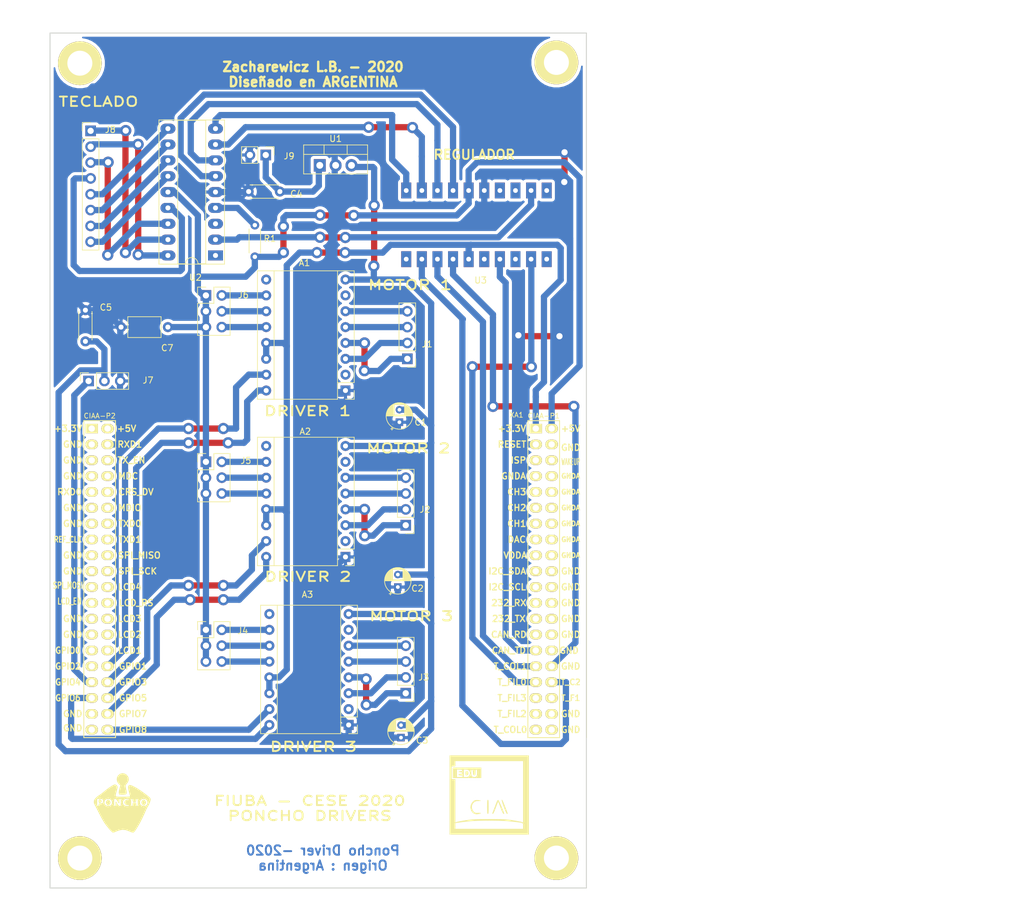
<source format=kicad_pcb>
(kicad_pcb (version 20171130) (host pcbnew 5.0.2-bee76a0~70~ubuntu18.04.1)
  (title_block (title "Poncho EDU-CIAA DRIVERS") (company "FIUBA CESE") (comment 1 "Autora:L.B. Zacharewicz") (comment 2 "Reviso :Ignacio Majul") (comment 3 "Licencia: IFTS N14"))
  (layers (0 F.Cu jumper) (31 B.Cu jumper) (34 B.Paste user) (35 F.Paste user) (36 B.SilkS user) (37 F.SilkS user) (38 B.Mask user) (39 F.Mask user) (44 Edge.Cuts user))
  (net 0 "")
  (net 1 "Net-(A1-Pad16)")
  (net 2 +12V)
  (net 3 "Net-(A1-Pad15)")
  (net 4 "Net-(A1-Pad7)")
  (net 5 +3V3)
  (net 6 "Net-(A1-Pad6)")
  (net 7 "Net-(A1-Pad5)")
  (net 8 "Net-(A1-Pad12)")
  (net 9 "Net-(A1-Pad4)")
  (net 10 "Net-(A1-Pad11)")
  (net 11 "Net-(A1-Pad3)")
  (net 12 "Net-(A1-Pad10)")
  (net 13 "Net-(A1-Pad2)")
  (net 14 "Net-(A1-Pad9)")
  (net 15 GND)
  (net 16 "Net-(A2-Pad9)")
  (net 17 "Net-(A2-Pad2)")
  (net 18 "Net-(A2-Pad10)")
  (net 19 "Net-(A2-Pad3)")
  (net 20 "Net-(A2-Pad11)")
  (net 21 "Net-(A2-Pad4)")
  (net 22 "Net-(A2-Pad12)")
  (net 23 "Net-(A2-Pad5)")
  (net 24 "Net-(A2-Pad6)")
  (net 25 "Net-(A2-Pad7)")
  (net 26 "Net-(A2-Pad15)")
  (net 27 "Net-(A2-Pad16)")
  (net 28 "Net-(A3-Pad9)")
  (net 29 "Net-(A3-Pad2)")
  (net 30 "Net-(A3-Pad10)")
  (net 31 "Net-(A3-Pad3)")
  (net 32 "Net-(A3-Pad11)")
  (net 33 "Net-(A3-Pad4)")
  (net 34 "Net-(A3-Pad12)")
  (net 35 "Net-(A3-Pad5)")
  (net 36 "Net-(A3-Pad6)")
  (net 37 "Net-(A3-Pad7)")
  (net 38 "Net-(A3-Pad15)")
  (net 39 "Net-(A3-Pad16)")
  (net 40 "Net-(C4-Pad1)")
  (net 41 +5V)
  (net 42 "Net-(J7-Pad1)")
  (net 43 "Net-(J8-Pad1)")
  (net 44 "Net-(J8-Pad2)")
  (net 45 "Net-(J8-Pad3)")
  (net 46 "Net-(J8-Pad4)")
  (net 47 "Net-(J8-Pad5)")
  (net 48 "Net-(J8-Pad6)")
  (net 49 "Net-(J8-Pad7)")
  (net 50 "Net-(J8-Pad8)")
  (net 51 "Net-(R1-Pad1)")
  (net 52 "Net-(U2-Pad1)")
  (net 53 /reg12)
  (net 54 "Net-(U2-Pad3)")
  (net 55 "Net-(U2-Pad6)")
  (net 56 "Net-(U2-Pad7)")
  (net 57 "Net-(U2-Pad8)")
  (net 58 "Net-(U2-Pad9)")
  (net 59 "Net-(U3-Pad1)")
  (net 60 "Net-(U3-Pad2)")
  (net 61 "Net-(U3-Pad3)")
  (net 62 "Net-(U3-Pad4)")
  (net 63 "Net-(U3-Pad6)")
  (net 64 "Net-(U3-Pad7)")
  (net 65 "Net-(U3-Pad8)")
  (net 66 "Net-(U3-Pad9)")
  (net 67 "Net-(U3-Pad10)")
  (net 68 "Net-(U3-Pad11)")
  (net 69 "Net-(U3-Pad13)")
  (net 70 "Net-(U3-Pad14)")
  (net 71 "Net-(XA1-Pad11)")
  (net 72 "Net-(XA1-Pad13)")
  (net 73 "Net-(XA1-Pad6)")
  (net 74 "Net-(XA1-Pad15)")
  (net 75 "Net-(XA1-Pad8)")
  (net 76 "Net-(XA1-Pad17)")
  (net 77 "Net-(XA1-Pad10)")
  (net 78 "Net-(XA1-Pad19)")
  (net 79 "Net-(XA1-Pad12)")
  (net 80 "Net-(XA1-Pad21)")
  (net 81 "Net-(XA1-Pad14)")
  (net 82 "Net-(XA1-Pad23)")
  (net 83 "Net-(XA1-Pad16)")
  (net 84 "Net-(XA1-Pad25)")
  (net 85 "Net-(XA1-Pad27)")
  (net 86 "Net-(XA1-Pad36)")
  (net 87 "Net-(XA1-Pad38)")
  (net 88 "Net-(XA1-Pad35)")
  (net 89 "Net-(XA1-Pad37)")
  (net 90 "Net-(XA1-Pad5)")
  (net 91 "Net-(XA1-Pad7)")
  (net 92 "Net-(XA1-Pad9)")
  (net 93 "Net-(XA1-Pad39)")
  (net 94 "Net-(XA1-Pad40)")
  (net 95 "Net-(XA1-Pad4)")
  (net 96 "Net-(XA1-Pad18)")
  (net 97 "Net-(XA1-Pad20)")
  (net 98 "Net-(XA1-Pad22)")
  (net 99 "Net-(XA1-Pad24)")
  (net 100 "Net-(XA1-Pad26)")
  (net 101 "Net-(XA1-Pad28)")
  (net 102 "Net-(XA1-Pad30)")
  (net 103 +3.3VA)
  (net 104 +5VA)
  (net 105 "Net-(XA1-Pad43)")
  (net 106 "Net-(XA1-Pad45)")
  (net 107 "Net-(XA1-Pad46)")
  (net 108 "Net-(XA1-Pad47)")
  (net 109 "Net-(XA1-Pad48)")
  (net 110 "Net-(XA1-Pad49)")
  (net 111 "Net-(XA1-Pad50)")
  (net 112 "Net-(XA1-Pad51)")
  (net 113 "Net-(XA1-Pad52)")
  (net 114 "Net-(XA1-Pad53)")
  (net 115 "Net-(XA1-Pad54)")
  (net 116 "Net-(XA1-Pad55)")
  (net 117 "Net-(XA1-Pad56)")
  (net 118 "Net-(XA1-Pad57)")
  (net 119 "Net-(XA1-Pad58)")
  (net 120 "Net-(XA1-Pad59)")
  (net 121 "Net-(XA1-Pad60)")
  (net 122 "Net-(XA1-Pad61)")
  (net 123 "Net-(XA1-Pad62)")
  (net 124 "Net-(XA1-Pad63)")
  (net 125 "Net-(XA1-Pad64)")
  (net 126 "Net-(XA1-Pad65)")
  (net 127 "Net-(XA1-Pad66)")
  (net 128 "Net-(XA1-Pad67)")
  (net 129 "Net-(XA1-Pad68)")
  (net 130 "Net-(XA1-Pad69)")
  (net 131 "Net-(XA1-Pad70)")
  (net 132 "Net-(XA1-Pad71)")
  (net 133 "Net-(XA1-Pad77)")
  (net 134 "Net-(XA1-Pad79)")
  (module footprint:Logo_Poncho (layer F.Cu) (at 62.52 155.8)
    (fp_text reference G*** hide)
    (fp_text value LOGO hide)
  )
  (module footprint:Logo_EDU-CIAA (layer F.Cu) (at 121.32 154.48)
    (fp_text reference G*** hide)
    (fp_text value Logo_EDU-CIAA hide)
  )
  (module footprint:Conn_Poncho_Completo (layer F.Cu) (at 128.778 95.758)
    (fp_text reference XA1 (at -3.098 -2.178) (layer F.SilkS) (effects (font (size 0.8 0.8) (thickness 0.12))))
    (fp_text value Conn_Poncho2P_2x_20x2 hide)
    (fp_text user GPIO8 (at -64.516 48.26) (layer F.SilkS) (effects (font (thickness 0.2))))
    (fp_text user GPIO7 (at -64.516 45.72) (layer F.SilkS) (effects (font (thickness 0.2))))
    (fp_text user GPIO5 (at -64.516 43.18) (layer F.SilkS) (effects (font (thickness 0.2))))
    (fp_text user GPIO3 (at -64.516 40.64) (layer F.SilkS) (effects (font (thickness 0.2))))
    (fp_text user GPIO1 (at -64.516 38.1) (layer F.SilkS) (effects (font (thickness 0.2))))
    (fp_text user LCD1 (at -65.024 35.56) (layer F.SilkS) (effects (font (thickness 0.2))))
    (fp_text user LCD2 (at -65.024 33.02) (layer F.SilkS) (effects (font (thickness 0.2))))
    (fp_text user LCD3 (at -65.024 30.48) (layer F.SilkS) (effects (font (thickness 0.2))))
    (fp_text user LCD_RS (at -64.008 27.94) (layer F.SilkS) (effects (font (thickness 0.2))))
    (fp_text user LCD4 (at -65.024 25.4) (layer F.SilkS) (effects (font (thickness 0.2))))
    (fp_text user SPI_SCK (at -63.754 22.86) (layer F.SilkS) (effects (font (thickness 0.2))))
    (fp_text user SPI_MISO (at -63.5 20.32) (layer F.SilkS) (effects (font (thickness 0.2))))
    (fp_text user TXD1 (at -65.024 17.78) (layer F.SilkS) (effects (font (thickness 0.2))))
    (fp_text user TXD0 (at -65.024 15.24) (layer F.SilkS) (effects (font (thickness 0.2))))
    (fp_text user MDIO (at -65.024 12.7) (layer F.SilkS) (effects (font (thickness 0.2))))
    (fp_text user CRS_DV (at -64.008 10.16) (layer F.SilkS) (effects (font (thickness 0.2))))
    (fp_text user MDC (at -65.278 7.62) (layer F.SilkS) (effects (font (thickness 0.2))))
    (fp_text user TX_EN (at -64.77 5.08) (layer F.SilkS) (effects (font (thickness 0.2))))
    (fp_text user RXD1 (at -65.024 2.54) (layer F.SilkS) (effects (font (thickness 0.2))))
    (fp_text user +5V (at -65.532 0) (layer F.SilkS) (effects (font (thickness 0.2))))
    (fp_text user GND (at -74.168 48.006) (layer F.SilkS) (effects (font (thickness 0.2))))
    (fp_text user GND (at -74.168 45.72) (layer F.SilkS) (effects (font (thickness 0.2))))
    (fp_text user GPIO6 (at -74.93 43.18) (layer F.SilkS) (effects (font (size 1 0.9) (thickness 0.2))))
    (fp_text user GPIO4 (at -74.93 40.64) (layer F.SilkS) (effects (font (size 1 0.9) (thickness 0.2))))
    (fp_text user GPIO2 (at -74.93 38.1) (layer F.SilkS) (effects (font (size 1 0.9) (thickness 0.2))))
    (fp_text user GPIO0 (at -74.93 35.56) (layer F.SilkS) (effects (font (size 1 0.9) (thickness 0.2))))
    (fp_text user GND (at -74.168 33.02) (layer F.SilkS) (effects (font (thickness 0.2))))
    (fp_text user GND (at -74.168 30.48) (layer F.SilkS) (effects (font (thickness 0.2))))
    (fp_text user LCD_EN (at -74.676 27.686) (layer F.SilkS) (effects (font (size 1 0.7) (thickness 0.17))))
    (fp_text user SPI_MOSI (at -74.93 25.146) (layer F.SilkS) (effects (font (size 1 0.7) (thickness 0.17))))
    (fp_text user GND (at -74.168 22.86) (layer F.SilkS) (effects (font (thickness 0.2))))
    (fp_text user GND (at -74.168 20.32) (layer F.SilkS) (effects (font (thickness 0.2))))
    (fp_text user REF_CLK (at -74.93 17.78) (layer F.SilkS) (effects (font (size 0.9 0.7) (thickness 0.175))))
    (fp_text user GND (at -74.168 15.24) (layer F.SilkS) (effects (font (thickness 0.2))))
    (fp_text user GND (at -74.168 12.7) (layer F.SilkS) (effects (font (thickness 0.2))))
    (fp_text user GND (at -74.168 7.62) (layer F.SilkS) (effects (font (thickness 0.2))))
    (fp_text user RXD0 (at -74.676 10.16) (layer F.SilkS) (effects (font (thickness 0.2))))
    (fp_text user GND (at -74.168 5.08) (layer F.SilkS) (effects (font (thickness 0.2))))
    (fp_text user GND (at -74.168 2.54) (layer F.SilkS) (effects (font (thickness 0.2))))
    (fp_text user +3.3V (at -74.93 0) (layer F.SilkS) (effects (font (thickness 0.2))))
    (fp_text user GND (at 5.588 48.26) (layer F.SilkS) (effects (font (thickness 0.2))))
    (fp_text user GND (at 5.588 45.72) (layer F.SilkS) (effects (font (thickness 0.2))))
    (fp_text user T_F1 (at 5.588 43.18) (layer F.SilkS) (effects (font (size 0.9 0.9) (thickness 0.18))))
    (fp_text user T_C2 (at 5.588 40.64) (layer F.SilkS) (effects (font (size 0.9 0.9) (thickness 0.18))))
    (fp_text user GND (at 5.588 38.1) (layer F.SilkS) (effects (font (thickness 0.2))))
    (fp_text user GND (at 5.334 35.56) (layer F.SilkS) (effects (font (thickness 0.2))))
    (fp_text user GND (at 5.588 33.02) (layer F.SilkS) (effects (font (thickness 0.2))))
    (fp_text user GND (at 5.588 30.48) (layer F.SilkS) (effects (font (thickness 0.2))))
    (fp_text user GND (at 5.588 27.94) (layer F.SilkS) (effects (font (thickness 0.2))))
    (fp_text user GND (at 5.588 25.4) (layer F.SilkS) (effects (font (thickness 0.2))))
    (fp_text user GND (at 5.588 22.86) (layer F.SilkS) (effects (font (thickness 0.2))))
    (fp_text user GNDA (at 5.588 20.32) (layer F.SilkS) (effects (font (size 0.76 0.76) (thickness 0.19))))
    (fp_text user GNDA (at 5.588 17.78) (layer F.SilkS) (effects (font (size 0.76 0.76) (thickness 0.19))))
    (fp_text user GNDA (at 5.588 15.24) (layer F.SilkS) (effects (font (size 0.76 0.76) (thickness 0.19))))
    (fp_text user GNDA (at 5.588 12.7) (layer F.SilkS) (effects (font (size 0.76 0.76) (thickness 0.19))))
    (fp_text user GNDA (at 5.588 10.16) (layer F.SilkS) (effects (font (size 0.76 0.76) (thickness 0.19))))
    (fp_text user GNDA (at 5.588 7.62) (layer F.SilkS) (effects (font (size 0.76 0.76) (thickness 0.19))))
    (fp_text user WAKEUP (at 5.588 5.334) (layer F.SilkS) (effects (font (size 1 0.5) (thickness 0.125))))
    (fp_text user GND (at 5.588 3.048) (layer F.SilkS) (effects (font (thickness 0.2))))
    (fp_text user +5V (at 5.588 0) (layer F.SilkS) (effects (font (thickness 0.2))))
    (fp_text user T_COL0 (at -4.064 48.26) (layer F.SilkS) (effects (font (thickness 0.2))))
    (fp_text user T_FIL2 (at -3.81 45.72) (layer F.SilkS) (effects (font (thickness 0.2))))
    (fp_text user T_FIL3 (at -3.81 43.18) (layer F.SilkS) (effects (font (thickness 0.2))))
    (fp_text user T_FIL0 (at -3.81 40.64) (layer F.SilkS) (effects (font (thickness 0.2))))
    (fp_text user T_COL1 (at -4.064 38.1) (layer F.SilkS) (effects (font (thickness 0.2))))
    (fp_text user CAN_TD (at -4.318 35.56) (layer F.SilkS) (effects (font (thickness 0.2))))
    (fp_text user CAN_RD (at -4.318 33.02) (layer F.SilkS) (effects (font (thickness 0.2))))
    (fp_text user 232_TX (at -4.318 30.48) (layer F.SilkS) (effects (font (thickness 0.2))))
    (fp_text user 232_RX (at -4.318 27.94) (layer F.SilkS) (effects (font (thickness 0.2))))
    (fp_text user I2C_SCL (at -4.572 25.4) (layer F.SilkS) (effects (font (thickness 0.2))))
    (fp_text user I2C_SDA (at -4.572 22.86) (layer F.SilkS) (effects (font (thickness 0.2))))
    (fp_text user VDDA (at -3.302 20.32) (layer F.SilkS) (effects (font (thickness 0.2))))
    (fp_text user DAC (at -3.048 17.78) (layer F.SilkS) (effects (font (thickness 0.2))))
    (fp_text user CH1 (at -3.048 15.24) (layer F.SilkS) (effects (font (thickness 0.2))))
    (fp_text user CH2 (at -3.048 12.7) (layer F.SilkS) (effects (font (thickness 0.2))))
    (fp_text user CH3 (at -3.048 10.16) (layer F.SilkS) (effects (font (thickness 0.2))))
    (fp_text user GNDA (at -3.556 7.62) (layer F.SilkS) (effects (font (thickness 0.2))))
    (fp_text user ISP (at -2.794 5.08) (layer F.SilkS) (effects (font (thickness 0.2))))
    (fp_text user RESET (at -3.81 2.54) (layer F.SilkS) (effects (font (thickness 0.2))))
    (fp_text user CIAA-P2 (at -69.85 -2.032) (layer F.SilkS) (effects (font (size 0.8 0.8) (thickness 0.12))))
    (fp_text user CIAA-P1 (at 1.27 -2.032) (layer F.SilkS) (effects (font (size 0.8 0.8) (thickness 0.12))))
    (fp_text user +3.3V (at -3.81 0) (layer F.SilkS) (effects (font (thickness 0.2))))
    (pad 1 thru_hole rect (at 0 0 270) (size 1.524 2) (drill 1.016) (layers *.Cu *.Mask F.SilkS) (net 5 +3V3))
    (pad 2 thru_hole oval (at 2.54 0 270) (size 1.524 2) (drill 1.016) (layers *.Cu *.Mask F.SilkS) (net 41 +5V))
    (pad 11 thru_hole oval (at 0 12.7 270) (size 1.524 2) (drill 1.016) (layers *.Cu *.Mask F.SilkS) (net 71 "Net-(XA1-Pad11)"))
    (pad 4 thru_hole oval (at 2.54 2.54 270) (size 1.524 2) (drill 1.016) (layers *.Cu *.Mask F.SilkS) (net 95 "Net-(XA1-Pad4)"))
    (pad 13 thru_hole oval (at 0 15.24 270) (size 1.524 2) (drill 1.016) (layers *.Cu *.Mask F.SilkS) (net 72 "Net-(XA1-Pad13)"))
    (pad 6 thru_hole oval (at 2.54 5.08 270) (size 1.524 2) (drill 1.016) (layers *.Cu *.Mask F.SilkS) (net 73 "Net-(XA1-Pad6)"))
    (pad 15 thru_hole oval (at 0 17.78 270) (size 1.524 2) (drill 1.016) (layers *.Cu *.Mask F.SilkS) (net 74 "Net-(XA1-Pad15)"))
    (pad 8 thru_hole oval (at 2.54 7.62 270) (size 1.524 2) (drill 1.016) (layers *.Cu *.Mask F.SilkS) (net 75 "Net-(XA1-Pad8)"))
    (pad 17 thru_hole oval (at 0 20.32 270) (size 1.524 2) (drill 1.016) (layers *.Cu *.Mask F.SilkS) (net 76 "Net-(XA1-Pad17)"))
    (pad 10 thru_hole oval (at 2.54 10.16 270) (size 1.524 2) (drill 1.016) (layers *.Cu *.Mask F.SilkS) (net 77 "Net-(XA1-Pad10)"))
    (pad 19 thru_hole oval (at 0 22.86 270) (size 1.524 2) (drill 1.016) (layers *.Cu *.Mask F.SilkS) (net 78 "Net-(XA1-Pad19)"))
    (pad 12 thru_hole oval (at 2.54 12.7 270) (size 1.524 2) (drill 1.016) (layers *.Cu *.Mask F.SilkS) (net 79 "Net-(XA1-Pad12)"))
    (pad 21 thru_hole oval (at 0 25.4 270) (size 1.524 2) (drill 1.016) (layers *.Cu *.Mask F.SilkS) (net 80 "Net-(XA1-Pad21)"))
    (pad 14 thru_hole oval (at 2.54 15.24 270) (size 1.524 2) (drill 1.016) (layers *.Cu *.Mask F.SilkS) (net 81 "Net-(XA1-Pad14)"))
    (pad 23 thru_hole oval (at 0 27.94 270) (size 1.524 2) (drill 1.016) (layers *.Cu *.Mask F.SilkS) (net 82 "Net-(XA1-Pad23)"))
    (pad 16 thru_hole oval (at 2.54 17.78 270) (size 1.524 2) (drill 1.016) (layers *.Cu *.Mask F.SilkS) (net 83 "Net-(XA1-Pad16)"))
    (pad 25 thru_hole oval (at 0 30.48 270) (size 1.524 2) (drill 1.016) (layers *.Cu *.Mask F.SilkS) (net 84 "Net-(XA1-Pad25)"))
    (pad 18 thru_hole oval (at 2.54 20.32 270) (size 1.524 2) (drill 1.016) (layers *.Cu *.Mask F.SilkS) (net 96 "Net-(XA1-Pad18)"))
    (pad 27 thru_hole oval (at 0 33.02 270) (size 1.524 2) (drill 1.016) (layers *.Cu *.Mask F.SilkS) (net 85 "Net-(XA1-Pad27)"))
    (pad 20 thru_hole oval (at 2.54 22.86 270) (size 1.524 2) (drill 1.016) (layers *.Cu *.Mask F.SilkS) (net 97 "Net-(XA1-Pad20)"))
    (pad 29 thru_hole oval (at 0 35.56 270) (size 1.524 2) (drill 1.016) (layers *.Cu *.Mask F.SilkS) (net 64 "Net-(U3-Pad7)"))
    (pad 22 thru_hole oval (at 2.54 25.4 270) (size 1.524 2) (drill 1.016) (layers *.Cu *.Mask F.SilkS) (net 98 "Net-(XA1-Pad22)"))
    (pad 31 thru_hole oval (at 0 38.1 270) (size 1.524 2) (drill 1.016) (layers *.Cu *.Mask F.SilkS) (net 61 "Net-(U3-Pad3)"))
    (pad 24 thru_hole oval (at 2.54 27.94 270) (size 1.524 2) (drill 1.016) (layers *.Cu *.Mask F.SilkS) (net 99 "Net-(XA1-Pad24)"))
    (pad 26 thru_hole oval (at 2.54 30.48 270) (size 1.524 2) (drill 1.016) (layers *.Cu *.Mask F.SilkS) (net 100 "Net-(XA1-Pad26)"))
    (pad 33 thru_hole oval (at 0 40.64 270) (size 1.524 2) (drill 1.016) (layers *.Cu *.Mask F.SilkS) (net 66 "Net-(U3-Pad9)"))
    (pad 28 thru_hole oval (at 2.54 33.02 270) (size 1.524 2) (drill 1.016) (layers *.Cu *.Mask F.SilkS) (net 101 "Net-(XA1-Pad28)"))
    (pad 32 thru_hole oval (at 2.54 38.1 270) (size 1.524 2) (drill 1.016) (layers *.Cu *.Mask F.SilkS) (net 62 "Net-(U3-Pad4)"))
    (pad 34 thru_hole oval (at 2.54 40.64 270) (size 1.524 2) (drill 1.016) (layers *.Cu *.Mask F.SilkS) (net 60 "Net-(U3-Pad2)"))
    (pad 36 thru_hole oval (at 2.54 43.18 270) (size 1.524 2) (drill 1.016) (layers *.Cu *.Mask F.SilkS) (net 86 "Net-(XA1-Pad36)"))
    (pad 38 thru_hole oval (at 2.54 45.72 270) (size 1.524 2) (drill 1.016) (layers *.Cu *.Mask F.SilkS) (net 87 "Net-(XA1-Pad38)"))
    (pad 35 thru_hole oval (at 0 43.18 270) (size 1.524 2) (drill 1.016) (layers *.Cu *.Mask F.SilkS) (net 88 "Net-(XA1-Pad35)"))
    (pad 37 thru_hole oval (at 0 45.72 270) (size 1.524 2) (drill 1.016) (layers *.Cu *.Mask F.SilkS) (net 89 "Net-(XA1-Pad37)"))
    (pad 3 thru_hole oval (at 0 2.54 270) (size 1.524 2) (drill 1.016) (layers *.Cu *.Mask F.SilkS) (net 15 GND))
    (pad 5 thru_hole oval (at 0 5.08 270) (size 1.524 2) (drill 1.016) (layers *.Cu *.Mask F.SilkS) (net 90 "Net-(XA1-Pad5)"))
    (pad 7 thru_hole oval (at 0 7.62 270) (size 1.524 2) (drill 1.016) (layers *.Cu *.Mask F.SilkS) (net 91 "Net-(XA1-Pad7)"))
    (pad 9 thru_hole oval (at 0 10.16 270) (size 1.524 2) (drill 1.016) (layers *.Cu *.Mask F.SilkS) (net 92 "Net-(XA1-Pad9)"))
    (pad 39 thru_hole oval (at 0 48.26 270) (size 1.524 2) (drill 1.016) (layers *.Cu *.Mask F.SilkS) (net 93 "Net-(XA1-Pad39)"))
    (pad 40 thru_hole oval (at 2.54 48.26 270) (size 1.524 2) (drill 1.016) (layers *.Cu *.Mask F.SilkS) (net 94 "Net-(XA1-Pad40)"))
    (pad 30 thru_hole oval (at 2.54 35.56 270) (size 1.524 2) (drill 1.016) (layers *.Cu *.Mask F.SilkS) (net 102 "Net-(XA1-Pad30)"))
    (pad 41 thru_hole rect (at -71.12 0 270) (size 1.524 2) (drill 1.016) (layers *.Cu *.Mask F.SilkS) (net 103 +3.3VA))
    (pad 42 thru_hole oval (at -68.58 0 270) (size 1.524 2) (drill 1.016) (layers *.Cu *.Mask F.SilkS) (net 104 +5VA))
    (pad 43 thru_hole oval (at -71.12 2.54 270) (size 1.524 2) (drill 1.016) (layers *.Cu *.Mask F.SilkS) (net 105 "Net-(XA1-Pad43)"))
    (pad 44 thru_hole oval (at -68.58 2.54 270) (size 1.524 2) (drill 1.016) (layers *.Cu *.Mask F.SilkS) (net 15 GND))
    (pad 45 thru_hole oval (at -71.12 5.08 270) (size 1.524 2) (drill 1.016) (layers *.Cu *.Mask F.SilkS) (net 106 "Net-(XA1-Pad45)"))
    (pad 46 thru_hole oval (at -68.58 5.08 270) (size 1.524 2) (drill 1.016) (layers *.Cu *.Mask F.SilkS) (net 107 "Net-(XA1-Pad46)"))
    (pad 47 thru_hole oval (at -71.12 7.62 270) (size 1.524 2) (drill 1.016) (layers *.Cu *.Mask F.SilkS) (net 108 "Net-(XA1-Pad47)"))
    (pad 48 thru_hole oval (at -68.58 7.62 270) (size 1.524 2) (drill 1.016) (layers *.Cu *.Mask F.SilkS) (net 109 "Net-(XA1-Pad48)"))
    (pad 49 thru_hole oval (at -71.12 10.16 270) (size 1.524 2) (drill 1.016) (layers *.Cu *.Mask F.SilkS) (net 110 "Net-(XA1-Pad49)"))
    (pad 50 thru_hole oval (at -68.58 10.16 270) (size 1.524 2) (drill 1.016) (layers *.Cu *.Mask F.SilkS) (net 111 "Net-(XA1-Pad50)"))
    (pad 51 thru_hole oval (at -71.12 12.7 270) (size 1.524 2) (drill 1.016) (layers *.Cu *.Mask F.SilkS) (net 112 "Net-(XA1-Pad51)"))
    (pad 52 thru_hole oval (at -68.58 12.7 270) (size 1.524 2) (drill 1.016) (layers *.Cu *.Mask F.SilkS) (net 113 "Net-(XA1-Pad52)"))
    (pad 53 thru_hole oval (at -71.12 15.24 270) (size 1.524 2) (drill 1.016) (layers *.Cu *.Mask F.SilkS) (net 114 "Net-(XA1-Pad53)"))
    (pad 54 thru_hole oval (at -68.58 15.24 270) (size 1.524 2) (drill 1.016) (layers *.Cu *.Mask F.SilkS) (net 115 "Net-(XA1-Pad54)"))
    (pad 55 thru_hole oval (at -71.12 17.78 270) (size 1.524 2) (drill 1.016) (layers *.Cu *.Mask F.SilkS) (net 116 "Net-(XA1-Pad55)"))
    (pad 56 thru_hole oval (at -68.58 17.78 270) (size 1.524 2) (drill 1.016) (layers *.Cu *.Mask F.SilkS) (net 117 "Net-(XA1-Pad56)"))
    (pad 57 thru_hole oval (at -71.12 20.32 270) (size 1.524 2) (drill 1.016) (layers *.Cu *.Mask F.SilkS) (net 118 "Net-(XA1-Pad57)"))
    (pad 58 thru_hole oval (at -68.58 20.32 270) (size 1.524 2) (drill 1.016) (layers *.Cu *.Mask F.SilkS) (net 119 "Net-(XA1-Pad58)"))
    (pad 59 thru_hole oval (at -71.12 22.86 270) (size 1.524 2) (drill 1.016) (layers *.Cu *.Mask F.SilkS) (net 120 "Net-(XA1-Pad59)"))
    (pad 60 thru_hole oval (at -68.58 22.86 270) (size 1.524 2) (drill 1.016) (layers *.Cu *.Mask F.SilkS) (net 121 "Net-(XA1-Pad60)"))
    (pad 61 thru_hole oval (at -71.12 25.4 270) (size 1.524 2) (drill 1.016) (layers *.Cu *.Mask F.SilkS) (net 122 "Net-(XA1-Pad61)"))
    (pad 62 thru_hole oval (at -68.58 25.4 270) (size 1.524 2) (drill 1.016) (layers *.Cu *.Mask F.SilkS) (net 123 "Net-(XA1-Pad62)"))
    (pad 63 thru_hole oval (at -71.12 27.94 270) (size 1.524 2) (drill 1.016) (layers *.Cu *.Mask F.SilkS) (net 124 "Net-(XA1-Pad63)"))
    (pad 64 thru_hole oval (at -68.58 27.94 270) (size 1.524 2) (drill 1.016) (layers *.Cu *.Mask F.SilkS) (net 125 "Net-(XA1-Pad64)"))
    (pad 65 thru_hole oval (at -71.12 30.48 270) (size 1.524 2) (drill 1.016) (layers *.Cu *.Mask F.SilkS) (net 126 "Net-(XA1-Pad65)"))
    (pad 66 thru_hole oval (at -68.58 30.48 270) (size 1.524 2) (drill 1.016) (layers *.Cu *.Mask F.SilkS) (net 127 "Net-(XA1-Pad66)"))
    (pad 67 thru_hole oval (at -71.12 33.02 270) (size 1.524 2) (drill 1.016) (layers *.Cu *.Mask F.SilkS) (net 128 "Net-(XA1-Pad67)"))
    (pad 68 thru_hole oval (at -68.58 33.02 270) (size 1.524 2) (drill 1.016) (layers *.Cu *.Mask F.SilkS) (net 129 "Net-(XA1-Pad68)"))
    (pad 69 thru_hole oval (at -71.12 35.56 270) (size 1.524 2) (drill 1.016) (layers *.Cu *.Mask F.SilkS) (net 130 "Net-(XA1-Pad69)"))
    (pad 70 thru_hole oval (at -68.58 35.56 270) (size 1.524 2) (drill 1.016) (layers *.Cu *.Mask F.SilkS) (net 131 "Net-(XA1-Pad70)"))
    (pad 71 thru_hole oval (at -71.12 38.1 270) (size 1.524 2) (drill 1.016) (layers *.Cu *.Mask F.SilkS) (net 132 "Net-(XA1-Pad71)"))
    (pad 72 thru_hole oval (at -68.58 38.1 270) (size 1.524 2) (drill 1.016) (layers *.Cu *.Mask F.SilkS) (net 3 "Net-(A1-Pad15)"))
    (pad 73 thru_hole oval (at -71.12 40.64 270) (size 1.524 2) (drill 1.016) (layers *.Cu *.Mask F.SilkS) (net 42 "Net-(J7-Pad1)"))
    (pad 74 thru_hole oval (at -68.58 40.64 270) (size 1.524 2) (drill 1.016) (layers *.Cu *.Mask F.SilkS) (net 1 "Net-(A1-Pad16)"))
    (pad 75 thru_hole oval (at -71.12 43.18 270) (size 1.524 2) (drill 1.016) (layers *.Cu *.Mask F.SilkS) (net 39 "Net-(A3-Pad16)"))
    (pad 76 thru_hole oval (at -68.58 43.18 270) (size 1.524 2) (drill 1.016) (layers *.Cu *.Mask F.SilkS) (net 26 "Net-(A2-Pad15)"))
    (pad 77 thru_hole oval (at -71.12 45.72 270) (size 1.524 2) (drill 1.016) (layers *.Cu *.Mask F.SilkS) (net 133 "Net-(XA1-Pad77)"))
    (pad 78 thru_hole oval (at -68.58 45.72 270) (size 1.524 2) (drill 1.016) (layers *.Cu *.Mask F.SilkS) (net 27 "Net-(A2-Pad16)"))
    (pad 79 thru_hole oval (at -71.12 48.26 270) (size 1.524 2) (drill 1.016) (layers *.Cu *.Mask F.SilkS) (net 134 "Net-(XA1-Pad79)"))
    (pad 80 thru_hole oval (at -68.58 48.26 270) (size 1.524 2) (drill 1.016) (layers *.Cu *.Mask F.SilkS) (net 38 "Net-(A3-Pad15)"))
    (pad ~ thru_hole circle (at -73.025 68.834) (size 7 7) (drill 4) (layers *.Cu *.Mask F.SilkS))
    (pad ~ thru_hole circle (at 3.302 68.834) (size 7 7) (drill 4) (layers *.Cu *.Mask F.SilkS))
    (pad ~ thru_hole circle (at -73.025 -58.547) (size 7 7) (drill 4) (layers *.Cu *.Mask F.SilkS))
    (pad ~ thru_hole circle (at 3.302 -58.674) (size 7 7) (drill 4) (layers *.Cu *.Mask F.SilkS))
  )
  (module Module:Pololu_Breakout-16_15.2x20.3mm (layer F.Cu) (at 98.298 89.662 180)
    (fp_text reference A1 (at 6.568 20.457) (layer F.SilkS))
    (fp_text value Pololu_DRV8825)
    (pad 16 thru_hole oval (at 12.7 0 180) (size 1.6 1.6) (drill 0.8) (layers *.Cu *.Mask) (net 1 "Net-(A1-Pad16)"))
    (pad 8 thru_hole oval (at 0 17.78 180) (size 1.6 1.6) (drill 0.8) (layers *.Cu *.Mask) (net 2 +12V))
    (pad 15 thru_hole oval (at 12.7 2.54 180) (size 1.6 1.6) (drill 0.8) (layers *.Cu *.Mask) (net 3 "Net-(A1-Pad15)"))
    (pad 7 thru_hole oval (at 0 15.24 180) (size 1.6 1.6) (drill 0.8) (layers *.Cu *.Mask) (net 4 "Net-(A1-Pad7)"))
    (pad 14 thru_hole oval (at 12.7 5.08 180) (size 1.6 1.6) (drill 0.8) (layers *.Cu *.Mask) (net 5 +3V3))
    (pad 6 thru_hole oval (at 0 12.7 180) (size 1.6 1.6) (drill 0.8) (layers *.Cu *.Mask) (net 6 "Net-(A1-Pad6)"))
    (pad 13 thru_hole oval (at 12.7 7.62 180) (size 1.6 1.6) (drill 0.8) (layers *.Cu *.Mask) (net 5 +3V3))
    (pad 5 thru_hole oval (at 0 10.16 180) (size 1.6 1.6) (drill 0.8) (layers *.Cu *.Mask) (net 7 "Net-(A1-Pad5)"))
    (pad 12 thru_hole oval (at 12.7 10.16 180) (size 1.6 1.6) (drill 0.8) (layers *.Cu *.Mask) (net 8 "Net-(A1-Pad12)"))
    (pad 4 thru_hole oval (at 0 7.62 180) (size 1.6 1.6) (drill 0.8) (layers *.Cu *.Mask) (net 9 "Net-(A1-Pad4)"))
    (pad 11 thru_hole oval (at 12.7 12.7 180) (size 1.6 1.6) (drill 0.8) (layers *.Cu *.Mask) (net 10 "Net-(A1-Pad11)"))
    (pad 3 thru_hole oval (at 0 5.08 180) (size 1.6 1.6) (drill 0.8) (layers *.Cu *.Mask) (net 11 "Net-(A1-Pad3)"))
    (pad 10 thru_hole oval (at 12.7 15.24 180) (size 1.6 1.6) (drill 0.8) (layers *.Cu *.Mask) (net 12 "Net-(A1-Pad10)"))
    (pad 2 thru_hole oval (at 0 2.54 180) (size 1.6 1.6) (drill 0.8) (layers *.Cu *.Mask) (net 13 "Net-(A1-Pad2)"))
    (pad 9 thru_hole oval (at 12.7 17.78 180) (size 1.6 1.6) (drill 0.8) (layers *.Cu *.Mask) (net 14 "Net-(A1-Pad9)"))
    (pad 1 thru_hole rect (at 0 0 180) (size 1.6 1.6) (drill 0.8) (layers *.Cu *.Mask) (net 15 GND))
  )
  (module Module:Pololu_Breakout-16_15.2x20.3mm (layer F.Cu) (at 98.298 116.332 180)
    (fp_text reference A2 (at 6.443 20.102) (layer F.SilkS))
    (fp_text value Pololu_DRV8825)
    (pad 1 thru_hole rect (at 0 0 180) (size 1.6 1.6) (drill 0.8) (layers *.Cu *.Mask) (net 15 GND))
    (pad 9 thru_hole oval (at 12.7 17.78 180) (size 1.6 1.6) (drill 0.8) (layers *.Cu *.Mask) (net 16 "Net-(A2-Pad9)"))
    (pad 2 thru_hole oval (at 0 2.54 180) (size 1.6 1.6) (drill 0.8) (layers *.Cu *.Mask) (net 17 "Net-(A2-Pad2)"))
    (pad 10 thru_hole oval (at 12.7 15.24 180) (size 1.6 1.6) (drill 0.8) (layers *.Cu *.Mask) (net 18 "Net-(A2-Pad10)"))
    (pad 3 thru_hole oval (at 0 5.08 180) (size 1.6 1.6) (drill 0.8) (layers *.Cu *.Mask) (net 19 "Net-(A2-Pad3)"))
    (pad 11 thru_hole oval (at 12.7 12.7 180) (size 1.6 1.6) (drill 0.8) (layers *.Cu *.Mask) (net 20 "Net-(A2-Pad11)"))
    (pad 4 thru_hole oval (at 0 7.62 180) (size 1.6 1.6) (drill 0.8) (layers *.Cu *.Mask) (net 21 "Net-(A2-Pad4)"))
    (pad 12 thru_hole oval (at 12.7 10.16 180) (size 1.6 1.6) (drill 0.8) (layers *.Cu *.Mask) (net 22 "Net-(A2-Pad12)"))
    (pad 5 thru_hole oval (at 0 10.16 180) (size 1.6 1.6) (drill 0.8) (layers *.Cu *.Mask) (net 23 "Net-(A2-Pad5)"))
    (pad 13 thru_hole oval (at 12.7 7.62 180) (size 1.6 1.6) (drill 0.8) (layers *.Cu *.Mask) (net 5 +3V3))
    (pad 6 thru_hole oval (at 0 12.7 180) (size 1.6 1.6) (drill 0.8) (layers *.Cu *.Mask) (net 24 "Net-(A2-Pad6)"))
    (pad 14 thru_hole oval (at 12.7 5.08 180) (size 1.6 1.6) (drill 0.8) (layers *.Cu *.Mask) (net 5 +3V3))
    (pad 7 thru_hole oval (at 0 15.24 180) (size 1.6 1.6) (drill 0.8) (layers *.Cu *.Mask) (net 25 "Net-(A2-Pad7)"))
    (pad 15 thru_hole oval (at 12.7 2.54 180) (size 1.6 1.6) (drill 0.8) (layers *.Cu *.Mask) (net 26 "Net-(A2-Pad15)"))
    (pad 8 thru_hole oval (at 0 17.78 180) (size 1.6 1.6) (drill 0.8) (layers *.Cu *.Mask) (net 2 +12V))
    (pad 16 thru_hole oval (at 12.7 0 180) (size 1.6 1.6) (drill 0.8) (layers *.Cu *.Mask) (net 27 "Net-(A2-Pad16)"))
  )
  (module Module:Pololu_Breakout-16_15.2x20.3mm (layer F.Cu) (at 98.806 143.256 180)
    (fp_text reference A3 (at 6.601 20.901) (layer F.SilkS))
    (fp_text value Pololu_DRV8825)
    (pad 1 thru_hole rect (at 0 0 180) (size 1.6 1.6) (drill 0.8) (layers *.Cu *.Mask) (net 15 GND))
    (pad 9 thru_hole oval (at 12.7 17.78 180) (size 1.6 1.6) (drill 0.8) (layers *.Cu *.Mask) (net 28 "Net-(A3-Pad9)"))
    (pad 2 thru_hole oval (at 0 2.54 180) (size 1.6 1.6) (drill 0.8) (layers *.Cu *.Mask) (net 29 "Net-(A3-Pad2)"))
    (pad 10 thru_hole oval (at 12.7 15.24 180) (size 1.6 1.6) (drill 0.8) (layers *.Cu *.Mask) (net 30 "Net-(A3-Pad10)"))
    (pad 3 thru_hole oval (at 0 5.08 180) (size 1.6 1.6) (drill 0.8) (layers *.Cu *.Mask) (net 31 "Net-(A3-Pad3)"))
    (pad 11 thru_hole oval (at 12.7 12.7 180) (size 1.6 1.6) (drill 0.8) (layers *.Cu *.Mask) (net 32 "Net-(A3-Pad11)"))
    (pad 4 thru_hole oval (at 0 7.62 180) (size 1.6 1.6) (drill 0.8) (layers *.Cu *.Mask) (net 33 "Net-(A3-Pad4)"))
    (pad 12 thru_hole oval (at 12.7 10.16 180) (size 1.6 1.6) (drill 0.8) (layers *.Cu *.Mask) (net 34 "Net-(A3-Pad12)"))
    (pad 5 thru_hole oval (at 0 10.16 180) (size 1.6 1.6) (drill 0.8) (layers *.Cu *.Mask) (net 35 "Net-(A3-Pad5)"))
    (pad 13 thru_hole oval (at 12.7 7.62 180) (size 1.6 1.6) (drill 0.8) (layers *.Cu *.Mask) (net 5 +3V3))
    (pad 6 thru_hole oval (at 0 12.7 180) (size 1.6 1.6) (drill 0.8) (layers *.Cu *.Mask) (net 36 "Net-(A3-Pad6)"))
    (pad 14 thru_hole oval (at 12.7 5.08 180) (size 1.6 1.6) (drill 0.8) (layers *.Cu *.Mask) (net 5 +3V3))
    (pad 7 thru_hole oval (at 0 15.24 180) (size 1.6 1.6) (drill 0.8) (layers *.Cu *.Mask) (net 37 "Net-(A3-Pad7)"))
    (pad 15 thru_hole oval (at 12.7 2.54 180) (size 1.6 1.6) (drill 0.8) (layers *.Cu *.Mask) (net 38 "Net-(A3-Pad15)"))
    (pad 8 thru_hole oval (at 0 17.78 180) (size 1.6 1.6) (drill 0.8) (layers *.Cu *.Mask) (net 2 +12V))
    (pad 16 thru_hole oval (at 12.7 0 180) (size 1.6 1.6) (drill 0.8) (layers *.Cu *.Mask) (net 39 "Net-(A3-Pad16)"))
  )
  (module Capacitor_THT:CP_Radial_D4.0mm_P2.00mm (layer F.Cu) (at 106.934 94.742 90)
    (fp_text reference C1 (at -0.013 3.396 180) (layer F.SilkS))
    (fp_text value "100 uf")
    (pad 1 thru_hole rect (at 0 0 90) (size 1.2 1.2) (drill 0.6) (layers *.Cu *.Mask) (net 15 GND))
    (pad 2 thru_hole circle (at 2 0 90) (size 1.2 1.2) (drill 0.6) (layers *.Cu *.Mask) (net 2 +12V))
  )
  (module Capacitor_THT:CP_Radial_D4.0mm_P2.00mm (layer F.Cu) (at 106.68 121.158 90)
    (fp_text reference C2 (at -0.222 3.15 180) (layer F.SilkS))
    (fp_text value "100 uf")
    (pad 1 thru_hole rect (at 0 0 90) (size 1.2 1.2) (drill 0.6) (layers *.Cu *.Mask) (net 15 GND))
    (pad 2 thru_hole circle (at 2 0 90) (size 1.2 1.2) (drill 0.6) (layers *.Cu *.Mask) (net 2 +12V))
  )
  (module Capacitor_THT:CP_Radial_D4.0mm_P2.00mm (layer F.Cu) (at 107.188 145.288 90)
    (fp_text reference C3 (at -0.442 3.392 180) (layer F.SilkS))
    (fp_text value "100 uf")
    (pad 2 thru_hole circle (at 2 0 90) (size 1.2 1.2) (drill 0.6) (layers *.Cu *.Mask) (net 2 +12V))
    (pad 1 thru_hole rect (at 0 0 90) (size 1.2 1.2) (drill 0.6) (layers *.Cu *.Mask) (net 15 GND))
  )
  (module Capacitor_THT:C_Disc_D4.3mm_W1.9mm_P5.00mm (layer F.Cu) (at 87.79 57.78 180)
    (fp_text reference C4 (at -2.65 -0.37) (layer F.SilkS))
    (fp_text value "0.47 uf")
    (pad 1 thru_hole circle (at 0 0 180) (size 1.6 1.6) (drill 0.8) (layers *.Cu *.Mask) (net 40 "Net-(C4-Pad1)"))
    (pad 2 thru_hole circle (at 5 0 180) (size 1.6 1.6) (drill 0.8) (layers *.Cu *.Mask) (net 15 GND))
  )
  (module Capacitor_THT:C_Disc_D4.3mm_W1.9mm_P5.00mm (layer F.Cu) (at 56.642 81.788 90)
    (fp_text reference C5 (at 5.448 3.278 180) (layer F.SilkS))
    (fp_text value "0.47 uf")
    (pad 2 thru_hole circle (at 5 0 90) (size 1.6 1.6) (drill 0.8) (layers *.Cu *.Mask) (net 15 GND))
    (pad 1 thru_hole circle (at 0 0 90) (size 1.6 1.6) (drill 0.8) (layers *.Cu *.Mask) (net 2 +12V))
  )
  (module Capacitor_THT:C_Axial_L5.1mm_D3.1mm_P7.50mm_Horizontal (layer F.Cu) (at 69.85 79.502 180)
    (fp_text reference C7 (at 0.1 -3.338) (layer F.SilkS))
    (fp_text value 10uf)
    (pad 1 thru_hole circle (at 0 0 180) (size 1.6 1.6) (drill 0.8) (layers *.Cu *.Mask) (net 41 +5V))
    (pad 2 thru_hole oval (at 7.5 0 180) (size 1.6 1.6) (drill 0.8) (layers *.Cu *.Mask) (net 15 GND))
  )
  (module Connector_PinHeader_2.54mm:PinHeader_1x04_P2.54mm_Vertical (layer F.Cu) (at 108.204 84.582 180)
    (fp_text reference J1 (at -3.176 2.352) (layer F.SilkS))
    (fp_text value "Motor 1")
    (pad 4 thru_hole oval (at 0 7.62 180) (size 1.7 1.7) (drill 1) (layers *.Cu *.Mask) (net 6 "Net-(A1-Pad6)"))
    (pad 3 thru_hole oval (at 0 5.08 180) (size 1.7 1.7) (drill 1) (layers *.Cu *.Mask) (net 7 "Net-(A1-Pad5)"))
    (pad 2 thru_hole oval (at 0 2.54 180) (size 1.7 1.7) (drill 1) (layers *.Cu *.Mask) (net 11 "Net-(A1-Pad3)"))
    (pad 1 thru_hole rect (at 0 0 180) (size 1.7 1.7) (drill 1) (layers *.Cu *.Mask) (net 9 "Net-(A1-Pad4)"))
  )
  (module Connector_PinHeader_2.54mm:PinHeader_1x04_P2.54mm_Vertical (layer F.Cu) (at 107.95 111.252 180)
    (fp_text reference J2 (at -3.08 2.522) (layer F.SilkS))
    (fp_text value "Motor 2")
    (pad 1 thru_hole rect (at 0 0 180) (size 1.7 1.7) (drill 1) (layers *.Cu *.Mask) (net 21 "Net-(A2-Pad4)"))
    (pad 2 thru_hole oval (at 0 2.54 180) (size 1.7 1.7) (drill 1) (layers *.Cu *.Mask) (net 19 "Net-(A2-Pad3)"))
    (pad 3 thru_hole oval (at 0 5.08 180) (size 1.7 1.7) (drill 1) (layers *.Cu *.Mask) (net 23 "Net-(A2-Pad5)"))
    (pad 4 thru_hole oval (at 0 7.62 180) (size 1.7 1.7) (drill 1) (layers *.Cu *.Mask) (net 24 "Net-(A2-Pad6)"))
  )
  (module Connector_PinHeader_2.54mm:PinHeader_1x04_P2.54mm_Vertical (layer F.Cu) (at 107.95 138.176 180)
    (fp_text reference J3 (at -2.88 2.546) (layer F.SilkS))
    (fp_text value "Motor 3")
    (pad 1 thru_hole rect (at 0 0 180) (size 1.7 1.7) (drill 1) (layers *.Cu *.Mask) (net 33 "Net-(A3-Pad4)"))
    (pad 2 thru_hole oval (at 0 2.54 180) (size 1.7 1.7) (drill 1) (layers *.Cu *.Mask) (net 31 "Net-(A3-Pad3)"))
    (pad 3 thru_hole oval (at 0 5.08 180) (size 1.7 1.7) (drill 1) (layers *.Cu *.Mask) (net 35 "Net-(A3-Pad5)"))
    (pad 4 thru_hole oval (at 0 7.62 180) (size 1.7 1.7) (drill 1) (layers *.Cu *.Mask) (net 36 "Net-(A3-Pad6)"))
  )
  (module Connector_PinHeader_2.54mm:PinHeader_2x03_P2.54mm_Vertical (layer F.Cu) (at 75.946 128.016)
    (fp_text reference J4 (at 5.894 0.154) (layer F.SilkS))
    (fp_text value Conn_02x03)
    (pad 6 thru_hole oval (at 2.54 5.08) (size 1.7 1.7) (drill 1) (layers *.Cu *.Mask) (net 34 "Net-(A3-Pad12)"))
    (pad 5 thru_hole oval (at 0 5.08) (size 1.7 1.7) (drill 1) (layers *.Cu *.Mask) (net 41 +5V))
    (pad 4 thru_hole oval (at 2.54 2.54) (size 1.7 1.7) (drill 1) (layers *.Cu *.Mask) (net 32 "Net-(A3-Pad11)"))
    (pad 3 thru_hole oval (at 0 2.54) (size 1.7 1.7) (drill 1) (layers *.Cu *.Mask) (net 41 +5V))
    (pad 2 thru_hole oval (at 2.54 0) (size 1.7 1.7) (drill 1) (layers *.Cu *.Mask) (net 30 "Net-(A3-Pad10)"))
    (pad 1 thru_hole rect (at 0 0) (size 1.7 1.7) (drill 1) (layers *.Cu *.Mask) (net 41 +5V))
  )
  (module Connector_PinHeader_2.54mm:PinHeader_2x03_P2.54mm_Vertical (layer F.Cu) (at 75.946 101.092)
    (fp_text reference J5 (at 6.404 -0.192) (layer F.SilkS))
    (fp_text value Conn_02x03)
    (pad 1 thru_hole rect (at 0 0) (size 1.7 1.7) (drill 1) (layers *.Cu *.Mask) (net 41 +5V))
    (pad 2 thru_hole oval (at 2.54 0) (size 1.7 1.7) (drill 1) (layers *.Cu *.Mask) (net 18 "Net-(A2-Pad10)"))
    (pad 3 thru_hole oval (at 0 2.54) (size 1.7 1.7) (drill 1) (layers *.Cu *.Mask) (net 41 +5V))
    (pad 4 thru_hole oval (at 2.54 2.54) (size 1.7 1.7) (drill 1) (layers *.Cu *.Mask) (net 20 "Net-(A2-Pad11)"))
    (pad 5 thru_hole oval (at 0 5.08) (size 1.7 1.7) (drill 1) (layers *.Cu *.Mask) (net 41 +5V))
    (pad 6 thru_hole oval (at 2.54 5.08) (size 1.7 1.7) (drill 1) (layers *.Cu *.Mask) (net 22 "Net-(A2-Pad12)"))
  )
  (module Connector_PinHeader_2.54mm:PinHeader_2x03_P2.54mm_Vertical (layer F.Cu) (at 75.946 74.422)
    (fp_text reference J6 (at 5.994 -0.062) (layer F.SilkS))
    (fp_text value Conn_02x03)
    (pad 1 thru_hole rect (at 0 0) (size 1.7 1.7) (drill 1) (layers *.Cu *.Mask) (net 41 +5V))
    (pad 2 thru_hole oval (at 2.54 0) (size 1.7 1.7) (drill 1) (layers *.Cu *.Mask) (net 12 "Net-(A1-Pad10)"))
    (pad 3 thru_hole oval (at 0 2.54) (size 1.7 1.7) (drill 1) (layers *.Cu *.Mask) (net 41 +5V))
    (pad 4 thru_hole oval (at 2.54 2.54) (size 1.7 1.7) (drill 1) (layers *.Cu *.Mask) (net 10 "Net-(A1-Pad11)"))
    (pad 5 thru_hole oval (at 0 5.08) (size 1.7 1.7) (drill 1) (layers *.Cu *.Mask) (net 41 +5V))
    (pad 6 thru_hole oval (at 2.54 5.08) (size 1.7 1.7) (drill 1) (layers *.Cu *.Mask) (net 8 "Net-(A1-Pad12)"))
  )
  (module Connector_PinSocket_2.54mm:PinSocket_1x03_P2.54mm_Vertical (layer F.Cu) (at 57.15 88.138 90)
    (fp_text reference J7 (at 0.108 9.53 180) (layer F.SilkS))
    (fp_text value Conn_01x03)
    (pad 1 thru_hole rect (at 0 0 90) (size 1.7 1.7) (drill 1) (layers *.Cu *.Mask) (net 42 "Net-(J7-Pad1)"))
    (pad 2 thru_hole oval (at 0 2.54 90) (size 1.7 1.7) (drill 1) (layers *.Cu *.Mask) (net 2 +12V))
    (pad 3 thru_hole oval (at 0 5.08 90) (size 1.7 1.7) (drill 1) (layers *.Cu *.Mask) (net 15 GND))
  )
  (module Connector_PinHeader_2.54mm:PinHeader_1x08_P2.54mm_Vertical (layer F.Cu) (at 57.48 48.05)
    (fp_text reference J8 (at 3.16 -0.19) (layer F.SilkS))
    (fp_text value Conn_01x08)
    (pad 1 thru_hole rect (at 0 0) (size 1.7 1.7) (drill 1) (layers *.Cu *.Mask) (net 43 "Net-(J8-Pad1)"))
    (pad 2 thru_hole oval (at 0 2.54) (size 1.7 1.7) (drill 1) (layers *.Cu *.Mask) (net 44 "Net-(J8-Pad2)"))
    (pad 3 thru_hole oval (at 0 5.08) (size 1.7 1.7) (drill 1) (layers *.Cu *.Mask) (net 45 "Net-(J8-Pad3)"))
    (pad 4 thru_hole oval (at 0 7.62) (size 1.7 1.7) (drill 1) (layers *.Cu *.Mask) (net 46 "Net-(J8-Pad4)"))
    (pad 5 thru_hole oval (at 0 10.16) (size 1.7 1.7) (drill 1) (layers *.Cu *.Mask) (net 47 "Net-(J8-Pad5)"))
    (pad 6 thru_hole oval (at 0 12.7) (size 1.7 1.7) (drill 1) (layers *.Cu *.Mask) (net 48 "Net-(J8-Pad6)"))
    (pad 7 thru_hole oval (at 0 15.24) (size 1.7 1.7) (drill 1) (layers *.Cu *.Mask) (net 49 "Net-(J8-Pad7)"))
    (pad 8 thru_hole oval (at 0 17.78) (size 1.7 1.7) (drill 1) (layers *.Cu *.Mask) (net 50 "Net-(J8-Pad8)"))
  )
  (module Connector_PinHeader_2.54mm:PinHeader_1x02_P2.54mm_Vertical (layer F.Cu) (at 85.53 51.92 270)
    (fp_text reference J9 (at 0.18 -3.74 180) (layer F.SilkS))
    (fp_text value Conn_01x02)
    (pad 1 thru_hole rect (at 0 0 270) (size 1.7 1.7) (drill 1) (layers *.Cu *.Mask) (net 40 "Net-(C4-Pad1)"))
    (pad 2 thru_hole oval (at 0 2.54 270) (size 1.7 1.7) (drill 1) (layers *.Cu *.Mask) (net 15 GND))
  )
  (module Resistor_THT:R_Axial_DIN0204_L3.6mm_D1.6mm_P5.08mm_Horizontal (layer F.Cu) (at 83.78 63.16 270)
    (fp_text reference R1 (at 2.16 -2.41 180) (layer F.SilkS))
    (fp_text value 100k)
    (pad 1 thru_hole circle (at 0 0 270) (size 1.4 1.4) (drill 0.7) (layers *.Cu *.Mask) (net 51 "Net-(R1-Pad1)"))
    (pad 2 thru_hole oval (at 5.08 0 270) (size 1.4 1.4) (drill 0.7) (layers *.Cu *.Mask) (net 41 +5V))
  )
  (module Package_DIP:DIP-18_W7.62mm_Socket_LongPads (layer F.Cu) (at 77.48 68.02 180)
    (fp_text reference U2 (at 3.21 -3.53) (layer F.SilkS))
    (fp_text value PIC16F648A-IP)
    (pad 1 thru_hole rect (at 0 0 180) (size 2.4 1.6) (drill 0.8) (layers *.Cu *.Mask) (net 52 "Net-(U2-Pad1)"))
    (pad 10 thru_hole oval (at 7.62 20.32 180) (size 2.4 1.6) (drill 0.8) (layers *.Cu *.Mask) (net 47 "Net-(J8-Pad5)"))
    (pad 2 thru_hole oval (at 0 2.54 180) (size 2.4 1.6) (drill 0.8) (layers *.Cu *.Mask) (net 53 /reg12))
    (pad 11 thru_hole oval (at 7.62 17.78 180) (size 2.4 1.6) (drill 0.8) (layers *.Cu *.Mask) (net 48 "Net-(J8-Pad6)"))
    (pad 3 thru_hole oval (at 0 5.08 180) (size 2.4 1.6) (drill 0.8) (layers *.Cu *.Mask) (net 54 "Net-(U2-Pad3)"))
    (pad 12 thru_hole oval (at 7.62 15.24 180) (size 2.4 1.6) (drill 0.8) (layers *.Cu *.Mask) (net 49 "Net-(J8-Pad7)"))
    (pad 4 thru_hole oval (at 0 7.62 180) (size 2.4 1.6) (drill 0.8) (layers *.Cu *.Mask) (net 51 "Net-(R1-Pad1)"))
    (pad 13 thru_hole oval (at 7.62 12.7 180) (size 2.4 1.6) (drill 0.8) (layers *.Cu *.Mask) (net 50 "Net-(J8-Pad8)"))
    (pad 5 thru_hole oval (at 0 10.16 180) (size 2.4 1.6) (drill 0.8) (layers *.Cu *.Mask) (net 15 GND))
    (pad 14 thru_hole oval (at 7.62 10.16 180) (size 2.4 1.6) (drill 0.8) (layers *.Cu *.Mask) (net 41 +5V))
    (pad 6 thru_hole oval (at 0 12.7 180) (size 2.4 1.6) (drill 0.8) (layers *.Cu *.Mask) (net 55 "Net-(U2-Pad6)"))
    (pad 15 thru_hole oval (at 7.62 7.62 180) (size 2.4 1.6) (drill 0.8) (layers *.Cu *.Mask) (net 46 "Net-(J8-Pad4)"))
    (pad 7 thru_hole oval (at 0 15.24 180) (size 2.4 1.6) (drill 0.8) (layers *.Cu *.Mask) (net 56 "Net-(U2-Pad7)"))
    (pad 16 thru_hole oval (at 7.62 5.08 180) (size 2.4 1.6) (drill 0.8) (layers *.Cu *.Mask) (net 45 "Net-(J8-Pad3)"))
    (pad 8 thru_hole oval (at 0 17.78 180) (size 2.4 1.6) (drill 0.8) (layers *.Cu *.Mask) (net 57 "Net-(U2-Pad8)"))
    (pad 17 thru_hole oval (at 7.62 2.54 180) (size 2.4 1.6) (drill 0.8) (layers *.Cu *.Mask) (net 43 "Net-(J8-Pad1)"))
    (pad 9 thru_hole oval (at 0 20.32 180) (size 2.4 1.6) (drill 0.8) (layers *.Cu *.Mask) (net 58 "Net-(U2-Pad9)"))
    (pad 18 thru_hole oval (at 7.62 0 180) (size 2.4 1.6) (drill 0.8) (layers *.Cu *.Mask) (net 44 "Net-(J8-Pad2)"))
  )
  (module "modelos:CJMCU TXB0108 Arduino" (layer F.Cu) (at 131.826 70.612 90)
    (fp_text reference U3 (at -1.388 -11.886 180) (layer F.SilkS))
    (fp_text value TXB0108DQSR)
    (pad 10 thru_hole rect (at 2 -1.3 90) (size 2.524 1.6) (drill 0.762) (layers *.Cu *.Mask) (net 67 "Net-(U3-Pad10)"))
    (pad 9 thru_hole rect (at 2 -3.8 90) (size 2.54 1.6) (drill 0.762) (layers *.Cu *.Mask) (net 66 "Net-(U3-Pad9)"))
    (pad 8 thru_hole rect (at 2 -6.3 90) (size 2.54 1.6) (drill 0.762) (layers *.Cu *.Mask) (net 65 "Net-(U3-Pad8)"))
    (pad 7 thru_hole rect (at 2 -8.8 90) (size 2.54 1.6) (drill 0.762) (layers *.Cu *.Mask) (net 64 "Net-(U3-Pad7)"))
    (pad 6 thru_hole rect (at 2 -11.3 90) (size 2.54 1.6) (drill 0.762) (layers *.Cu *.Mask) (net 63 "Net-(U3-Pad6)"))
    (pad 5 thru_hole rect (at 2 -13.8 90) (size 2.54 1.6) (drill 0.762) (layers *.Cu *.Mask) (net 5 +3V3))
    (pad 4 thru_hole rect (at 2 -16.3 90) (size 2.54 1.6) (drill 0.762) (layers *.Cu *.Mask) (net 62 "Net-(U3-Pad4)"))
    (pad 3 thru_hole rect (at 2 -18.8 90) (size 2.54 1.6) (drill 0.762) (layers *.Cu *.Mask) (net 61 "Net-(U3-Pad3)"))
    (pad 2 thru_hole rect (at 2 -21.3 90) (size 2.54 1.6) (drill 0.762) (layers *.Cu *.Mask) (net 60 "Net-(U3-Pad2)"))
    (pad 1 thru_hole rect (at 2 -23.8 90) (size 2.54 1.6) (drill 0.762) (layers *.Cu *.Mask) (net 59 "Net-(U3-Pad1)"))
    (pad 20 thru_hole rect (at 13 -23.8 90) (size 2.54 1.6) (drill 0.762) (layers *.Cu *.Mask) (net 58 "Net-(U2-Pad9)"))
    (pad 18 thru_hole rect (at 13 -18.8 90) (size 2.54 1.6) (drill 0.762) (layers *.Cu *.Mask) (net 56 "Net-(U2-Pad7)"))
    (pad 12 thru_hole rect (at 13 -3.8 90) (size 2.54 1.6) (drill 0.762) (layers *.Cu *.Mask) (net 53 /reg12))
    (pad 15 thru_hole rect (at 13 -11.3 90) (size 2.54 1.6) (drill 0.762) (layers *.Cu *.Mask) (net 15 GND))
    (pad 16 thru_hole rect (at 13 -13.8 90) (size 2.54 1.6) (drill 0.762) (layers *.Cu *.Mask) (net 41 +5V))
    (pad 19 thru_hole rect (at 13 -21.3 90) (size 2.54 1.6) (drill 0.762) (layers *.Cu *.Mask) (net 57 "Net-(U2-Pad8)"))
    (pad 14 thru_hole rect (at 13 -8.8 90) (size 2.54 1.6) (drill 0.762) (layers *.Cu *.Mask) (net 70 "Net-(U3-Pad14)"))
    (pad 13 thru_hole rect (at 13 -6.3 90) (size 2.54 1.6) (drill 0.762) (layers *.Cu *.Mask) (net 69 "Net-(U3-Pad13)"))
    (pad 11 thru_hole rect (at 13 -1.3 90) (size 2.524 1.6) (drill 0.762) (layers *.Cu *.Mask) (net 68 "Net-(U3-Pad11)"))
    (pad 17 thru_hole rect (at 13 -16.3 90) (size 2.54 1.6) (drill 0.762) (layers *.Cu *.Mask) (net 55 "Net-(U2-Pad6)"))
  )
  (module Package_TO_SOT_THT:TO-220-3_Vertical (layer F.Cu) (at 94.18 53.58)
    (fp_text reference U1 (at 2.54 -4.27) (layer F.SilkS))
    (fp_text value LM7812_TO220)
    (pad 1 thru_hole rect (at 0 0) (size 1.905 2) (drill 1.1) (layers *.Cu *.Mask) (net 40 "Net-(C4-Pad1)"))
    (pad 2 thru_hole oval (at 2.54 0) (size 1.905 2) (drill 1.1) (layers *.Cu *.Mask) (net 15 GND))
    (pad 3 thru_hole oval (at 5.08 0) (size 1.905 2) (drill 1.1) (layers *.Cu *.Mask) (net 2 +12V))
  )
  (gr_text "Poncho Driver -2020\nOrigen : Argentina" (at 94.68 164.58) (layer B.Cu) (effects (font (size 1.5 1.5) (thickness 0.3)) (justify mirror)))
  (gr_line (start 136.88 169.38) (end 136.88 32.38) (layer Edge.Cuts) (width 0.15))
  (gr_line (start 50.98 169.38) (end 136.88 169.38) (layer Edge.Cuts) (width 0.15))
  (gr_line (start 50.98 169.38) (end 50.98 32.38) (layer Edge.Cuts) (width 0.15))
  (gr_line (start 50.98 32.38) (end 136.88 32.38) (layer Edge.Cuts) (width 0.15))
  (gr_text "Zacharewicz L.B. - 2020\nDiseñado en ARGENTINA" (at 93.105 39.005) (layer F.SilkS) (effects (font (size 1.5 1.5) (thickness 0.375))))
  (gr_text "FIUBA - CESE 2020\nPONCHO DRIVERS" (at 92.58 156.63) (layer F.SilkS) (effects (font (size 1.5 2) (thickness 0.3))))
  (gr_text "TECLADO " (at 59.5 43.38) (layer F.SilkS) (effects (font (size 1.5 2) (thickness 0.3))))
  (gr_text "REGULADOR " (at 119.5 51.88) (layer F.SilkS) (effects (font (size 1.5 1.5) (thickness 0.3))))
  (gr_text "DRIVER 1" (at 92.23 92.955) (layer F.SilkS) (effects (font (size 1.5 2) (thickness 0.3))))
  (gr_text "DRIVER 2" (at 92.28 119.505) (layer F.SilkS) (effects (font (size 1.5 2) (thickness 0.3))))
  (gr_text "DRIVER 3" (at 93.155 146.755) (layer F.SilkS) (effects (font (size 1.5 2) (thickness 0.3))))
  (gr_text "MOTOR 3" (at 108.84 125.83) (layer F.SilkS) (effects (font (size 1.5 2) (thickness 0.3))))
  (gr_text "MOTOR 2" (at 108.36 98.93) (layer F.SilkS) (effects (font (size 1.5 2) (thickness 0.3))))
  (gr_text "MOTOR 1" (at 108.62 72.76) (layer F.SilkS) (effects (font (size 1.5 2) (thickness 0.3))))
  (segment (start 64.77 131.826) (end 64.77 102.87) (width 1) (layer B.Cu) (net 1))
  (segment (start 60.198 136.398) (end 64.77 131.826) (width 1) (layer B.Cu) (net 1))
  (segment (start 64.77 102.87) (end 64.77 102.108) (width 1) (layer B.Cu) (net 1))
  (via (at 73.152 98.044) (size 1.8) (drill 1) (layers F.Cu B.Cu) (net 1))
  (segment (start 64.77 102.108) (end 68.834 98.044) (width 1) (layer B.Cu) (net 1))
  (segment (start 68.834 98.044) (end 73.152 98.044) (width 1) (layer B.Cu) (net 1))
  (via (at 79.502 98.044) (size 1.8) (drill 1) (layers F.Cu B.Cu) (net 1))
  (segment (start 73.152 98.044) (end 79.502 98.044) (width 1) (layer F.Cu) (net 1))
  (segment (start 79.502 98.044) (end 82.042 98.044) (width 1) (layer B.Cu) (net 1))
  (segment (start 82.55 91.44) (end 84.328 89.662) (width 1) (layer B.Cu) (net 1))
  (segment (start 82.042 98.044) (end 82.55 97.536) (width 1) (layer B.Cu) (net 1))
  (segment (start 82.55 97.536) (end 82.55 91.44) (width 1) (layer B.Cu) (net 1))
  (segment (start 84.328 89.662) (end 85.598 89.662) (width 1) (layer B.Cu) (net 1))
  (segment (start 107.188 143.288) (end 108.172 143.288) (width 1) (layer B.Cu) (net 2))
  (segment (start 108.172 143.288) (end 112.014 139.446) (width 1) (layer B.Cu) (net 2))
  (segment (start 111.538 119.158) (end 112.014 119.634) (width 1) (layer B.Cu) (net 2))
  (segment (start 106.68 119.158) (end 111.538 119.158) (width 1) (layer B.Cu) (net 2))
  (segment (start 110.49 125.476) (end 112.014 127) (width 1) (layer B.Cu) (net 2))
  (segment (start 98.806 125.476) (end 110.49 125.476) (width 1) (layer B.Cu) (net 2))
  (segment (start 112.014 127) (end 112.014 119.634) (width 1) (layer B.Cu) (net 2))
  (segment (start 111.506 98.552) (end 112.014 98.044) (width 1) (layer B.Cu) (net 2))
  (segment (start 98.298 98.552) (end 111.506 98.552) (width 1) (layer B.Cu) (net 2))
  (segment (start 112.014 119.634) (end 112.014 98.044) (width 1) (layer B.Cu) (net 2))
  (segment (start 112.014 95.25) (end 112.014 98.044) (width 1) (layer B.Cu) (net 2))
  (segment (start 106.934 92.742) (end 109.506 92.742) (width 1) (layer B.Cu) (net 2))
  (segment (start 109.506 92.742) (end 112.014 95.25) (width 1) (layer B.Cu) (net 2))
  (segment (start 112.014 75.692) (end 112.014 95.25) (width 1) (layer B.Cu) (net 2))
  (segment (start 108.204 71.882) (end 112.014 75.692) (width 1) (layer B.Cu) (net 2))
  (segment (start 56.642 81.788) (end 58.42 81.788) (width 1) (layer B.Cu) (net 2))
  (segment (start 58.42 81.788) (end 59.69 83.058) (width 1) (layer B.Cu) (net 2))
  (segment (start 55.887998 86.44) (end 52.35 89.977998) (width 1) (layer B.Cu) (net 2))
  (segment (start 59.69 86.44) (end 55.887998 86.44) (width 1) (layer B.Cu) (net 2))
  (segment (start 59.69 86.44) (end 59.69 88.138) (width 1) (layer B.Cu) (net 2))
  (segment (start 59.69 83.058) (end 59.69 86.44) (width 1) (layer B.Cu) (net 2))
  (segment (start 52.35 89.977998) (end 52.35 146.36) (width 1) (layer B.Cu) (net 2))
  (segment (start 53.45 147.46) (end 108.42 147.46) (width 1) (layer B.Cu) (net 2))
  (segment (start 52.35 146.36) (end 53.45 147.46) (width 1) (layer B.Cu) (net 2))
  (segment (start 112.014 138.796) (end 112.014 127) (width 1) (layer B.Cu) (net 2))
  (segment (start 112.014 139.446) (end 112.014 138.796) (width 1) (layer B.Cu) (net 2))
  (segment (start 112.014 143.866) (end 108.42 147.46) (width 1) (layer B.Cu) (net 2))
  (segment (start 112.014 139.446) (end 112.014 143.866) (width 1) (layer B.Cu) (net 2))
  (segment (start 99.33 54.06) (end 99.11 53.84) (width 1) (layer B.Cu) (net 2))
  (segment (start 99.11 53.84) (end 102.68 53.84) (width 1) (layer B.Cu) (net 2))
  (segment (start 102.68 53.84) (end 102.89 54.05) (width 1) (layer B.Cu) (net 2))
  (via (at 102.89 59.99) (size 1.8) (drill 1) (layers F.Cu B.Cu) (net 2))
  (segment (start 102.89 54.05) (end 102.89 59.99) (width 1) (layer B.Cu) (net 2))
  (via (at 102.84 69.71) (size 1.8) (drill 1) (layers F.Cu B.Cu) (net 2))
  (segment (start 102.89 59.99) (end 102.89 69.66) (width 1) (layer F.Cu) (net 2))
  (segment (start 102.89 69.66) (end 102.84 69.71) (width 1) (layer F.Cu) (net 2))
  (segment (start 102.84 71.88) (end 102.842 71.882) (width 1) (layer B.Cu) (net 2))
  (segment (start 102.84 69.71) (end 102.84 71.88) (width 1) (layer B.Cu) (net 2))
  (segment (start 98.298 71.882) (end 102.842 71.882) (width 1) (layer B.Cu) (net 2))
  (segment (start 102.842 71.882) (end 108.204 71.882) (width 1) (layer B.Cu) (net 2))
  (segment (start 62.992 131.064) (end 62.992 102.362) (width 1) (layer B.Cu) (net 3))
  (segment (start 60.198 133.858) (end 62.992 131.064) (width 1) (layer B.Cu) (net 3))
  (segment (start 62.992 102.362) (end 62.992 101.346) (width 1) (layer B.Cu) (net 3))
  (segment (start 62.992 101.346) (end 62.992 101.092) (width 1) (layer B.Cu) (net 3))
  (via (at 73.152 95.758) (size 1.8) (drill 1) (layers F.Cu B.Cu) (net 3))
  (segment (start 62.992 101.092) (end 68.326 95.758) (width 1) (layer B.Cu) (net 3))
  (segment (start 68.326 95.758) (end 73.152 95.758) (width 1) (layer B.Cu) (net 3))
  (via (at 78.74 95.758) (size 1.8) (drill 1) (layers F.Cu B.Cu) (net 3))
  (segment (start 73.152 95.758) (end 78.74 95.758) (width 1) (layer F.Cu) (net 3))
  (segment (start 82.804 87.122) (end 85.598 87.122) (width 1) (layer B.Cu) (net 3))
  (segment (start 80.772 89.154) (end 82.804 87.122) (width 1) (layer B.Cu) (net 3))
  (segment (start 80.772 95.758) (end 80.772 89.154) (width 1) (layer B.Cu) (net 3))
  (segment (start 78.74 95.758) (end 80.772 95.758) (width 1) (layer B.Cu) (net 3))
  (segment (start 88.392 108.712) (end 85.598 108.712) (width 1) (layer B.Cu) (net 5))
  (segment (start 88.9 109.22) (end 88.392 108.712) (width 1) (layer B.Cu) (net 5))
  (segment (start 85.598 111.252) (end 85.598 108.712) (width 1) (layer B.Cu) (net 5))
  (segment (start 86.106 138.176) (end 86.106 135.636) (width 1) (layer B.Cu) (net 5))
  (segment (start 87.63 135.636) (end 88.9 134.366) (width 1) (layer B.Cu) (net 5))
  (segment (start 86.106 135.636) (end 87.63 135.636) (width 1) (layer B.Cu) (net 5))
  (segment (start 88.9 134.366) (end 88.9 109.22) (width 1) (layer B.Cu) (net 5))
  (segment (start 88.9 109.22) (end 88.9 82.55) (width 1) (layer B.Cu) (net 5))
  (segment (start 88.392 82.042) (end 85.598 82.042) (width 1) (layer B.Cu) (net 5))
  (segment (start 88.9 82.55) (end 88.392 82.042) (width 1) (layer B.Cu) (net 5))
  (segment (start 85.598 84.582) (end 85.598 82.042) (width 1) (layer B.Cu) (net 5))
  (via (at 93.726 67.564) (size 1.8) (drill 1) (layers F.Cu B.Cu) (net 5))
  (segment (start 93.726 67.564) (end 90.932 67.564) (width 1) (layer B.Cu) (net 5))
  (segment (start 90.932 67.564) (end 88.9 69.596) (width 1) (layer B.Cu) (net 5))
  (segment (start 88.9 69.596) (end 88.9 82.55) (width 1) (layer B.Cu) (net 5))
  (segment (start 93.726 67.564) (end 98.234 67.564) (width 1) (layer F.Cu) (net 5))
  (via (at 98.234 67.564) (size 1.8) (drill 1) (layers F.Cu B.Cu) (net 5))
  (segment (start 98.274 67.564) (end 98.234 67.564) (width 1) (layer F.Cu) (net 5))
  (segment (start 118.026 68.612) (end 118.026 66.654) (width 1) (layer B.Cu) (net 5))
  (segment (start 105.51 66.31001) (end 118.36999 66.31001) (width 1) (layer B.Cu) (net 5))
  (segment (start 98.234 67.564) (end 104.25601 67.564) (width 1) (layer B.Cu) (net 5))
  (segment (start 104.25601 67.564) (end 105.51 66.31001) (width 1) (layer B.Cu) (net 5))
  (segment (start 128.778 90.678) (end 128.778 95.758) (width 1) (layer B.Cu) (net 5))
  (segment (start 128.778 89.612) (end 128.778 90.678) (width 1) (layer B.Cu) (net 5))
  (segment (start 118.026 66.654) (end 118.36999 66.31001) (width 1) (layer B.Cu) (net 5))
  (segment (start 132.220008 66.31001) (end 132.769999 66.860001) (width 1) (layer B.Cu) (net 5))
  (segment (start 118.36999 66.31001) (end 132.220008 66.31001) (width 1) (layer B.Cu) (net 5))
  (segment (start 132.769999 66.860001) (end 132.769999 71.940001) (width 1) (layer B.Cu) (net 5))
  (segment (start 132.769999 71.940001) (end 130.09 74.62) (width 1) (layer B.Cu) (net 5))
  (segment (start 130.09 88.3) (end 128.778 89.612) (width 1) (layer B.Cu) (net 5))
  (segment (start 130.09 74.62) (end 130.09 88.3) (width 1) (layer B.Cu) (net 5))
  (segment (start 98.298 76.962) (end 108.204 76.962) (width 1) (layer B.Cu) (net 6))
  (segment (start 98.298 79.502) (end 108.204 79.502) (width 1) (layer B.Cu) (net 7))
  (segment (start 78.486 79.502) (end 85.598 79.502) (width 1) (layer B.Cu) (net 8))
  (via (at 101.346 82.042) (size 1.8) (drill 1) (layers F.Cu B.Cu) (net 9))
  (segment (start 98.298 82.042) (end 101.346 82.042) (width 1) (layer B.Cu) (net 9))
  (via (at 101.33 86.48) (size 1.8) (drill 1) (layers F.Cu B.Cu) (net 9))
  (segment (start 101.346 82.042) (end 101.6 82.042) (width 1) (layer F.Cu) (net 9))
  (segment (start 101.346 86.446) (end 101.43 86.53) (width 1) (layer F.Cu) (net 9))
  (segment (start 101.346 82.042) (end 101.346 86.446) (width 1) (layer F.Cu) (net 9))
  (segment (start 101.43 86.53) (end 103.63 86.53) (width 1) (layer B.Cu) (net 9))
  (segment (start 105.578 84.582) (end 108.204 84.582) (width 1) (layer B.Cu) (net 9))
  (segment (start 103.63 86.53) (end 105.578 84.582) (width 1) (layer B.Cu) (net 9))
  (segment (start 78.486 76.962) (end 85.598 76.962) (width 1) (layer B.Cu) (net 10))
  (segment (start 98.298 84.582) (end 101.346 84.582) (width 1) (layer B.Cu) (net 11))
  (segment (start 103.886 82.042) (end 108.204 82.042) (width 1) (layer B.Cu) (net 11))
  (segment (start 101.346 84.582) (end 103.886 82.042) (width 1) (layer B.Cu) (net 11))
  (segment (start 78.486 74.422) (end 85.598 74.422) (width 1) (layer B.Cu) (net 12))
  (segment (start 62.23 79.622) (end 62.35 79.502) (width 1) (layer B.Cu) (net 15))
  (segment (start 62.23 88.138) (end 62.23 79.622) (width 1) (layer B.Cu) (net 15))
  (segment (start 98.806 143.256) (end 96.52 140.97) (width 1) (layer B.Cu) (net 15))
  (segment (start 96.52 118.11) (end 98.298 116.332) (width 1) (layer B.Cu) (net 15))
  (segment (start 96.52 121.666) (end 96.52 118.11) (width 1) (layer B.Cu) (net 15))
  (segment (start 97.79 90.17) (end 98.298 89.662) (width 1) (layer B.Cu) (net 15))
  (segment (start 96.52 90.17) (end 97.79 90.17) (width 1) (layer B.Cu) (net 15))
  (segment (start 106.68 121.158) (end 106.68 122.682) (width 1) (layer B.Cu) (net 15))
  (segment (start 97.028 122.682) (end 96.52 122.174) (width 1) (layer B.Cu) (net 15))
  (segment (start 106.68 122.682) (end 97.028 122.682) (width 1) (layer B.Cu) (net 15))
  (segment (start 96.52 140.97) (end 96.52 122.174) (width 1) (layer B.Cu) (net 15))
  (segment (start 96.52 122.174) (end 96.52 121.666) (width 1) (layer B.Cu) (net 15))
  (segment (start 105.41 96.266) (end 106.934 94.742) (width 1) (layer B.Cu) (net 15))
  (segment (start 96.52 96.266) (end 105.41 96.266) (width 1) (layer B.Cu) (net 15))
  (segment (start 96.52 96.266) (end 96.52 90.17) (width 1) (layer B.Cu) (net 15))
  (segment (start 96.52 118.11) (end 96.52 96.266) (width 1) (layer B.Cu) (net 15))
  (via (at 125.99 80.81) (size 1.8) (drill 1) (layers F.Cu B.Cu) (net 15))
  (segment (start 59.636 76.788) (end 62.35 79.502) (width 1) (layer B.Cu) (net 15))
  (segment (start 56.642 76.788) (end 59.636 76.788) (width 1) (layer B.Cu) (net 15))
  (segment (start 121.31 54.76) (end 132.29 54.76) (width 1) (layer B.Cu) (net 15))
  (segment (start 120.526 57.612) (end 120.526 55.544) (width 1) (layer B.Cu) (net 15))
  (segment (start 120.526 55.544) (end 121.31 54.76) (width 1) (layer B.Cu) (net 15))
  (via (at 133.383653 51.486353) (size 1.8) (drill 1) (layers F.Cu B.Cu) (net 15))
  (segment (start 133.38 51.66) (end 133.383653 51.656347) (width 1) (layer F.Cu) (net 15))
  (segment (start 133.383653 51.486353) (end 133.383653 51.656347) (width 1) (layer F.Cu) (net 15))
  (segment (start 127.3473 45.45) (end 127.84365 45.94635) (width 1) (layer B.Cu) (net 15))
  (segment (start 127.84365 45.94635) (end 133.383653 51.486353) (width 1) (layer B.Cu) (net 15))
  (segment (start 99.168 145.288) (end 98.806 144.926) (width 1) (layer B.Cu) (net 15))
  (segment (start 107.188 145.288) (end 99.168 145.288) (width 1) (layer B.Cu) (net 15))
  (segment (start 98.806 144.926) (end 98.806 143.256) (width 1) (layer B.Cu) (net 15))
  (via (at 133.34 56.25) (size 1.8) (drill 1) (layers F.Cu B.Cu) (net 15))
  (segment (start 82.71 57.86) (end 82.79 57.78) (width 1) (layer B.Cu) (net 15))
  (segment (start 77.48 57.86) (end 82.71 57.86) (width 1) (layer B.Cu) (net 15))
  (segment (start 82.79 52.12) (end 82.99 51.92) (width 1) (layer B.Cu) (net 15))
  (segment (start 82.79 57.78) (end 82.79 52.12) (width 1) (layer B.Cu) (net 15))
  (segment (start 82.99 50.717919) (end 84.65 49.057919) (width 1) (layer B.Cu) (net 15))
  (segment (start 82.99 51.92) (end 82.99 50.717919) (width 1) (layer B.Cu) (net 15))
  (segment (start 84.65 49.057919) (end 95.697919 49.057919) (width 1) (layer B.Cu) (net 15))
  (segment (start 96.57 49.93) (end 96.57 53.84) (width 1) (layer B.Cu) (net 15))
  (segment (start 95.697919 49.057919) (end 96.57 49.93) (width 1) (layer B.Cu) (net 15))
  (segment (start 96.57 55.28) (end 96.57 53.84) (width 1) (layer B.Cu) (net 15))
  (segment (start 96.52 55.33) (end 96.57 55.28) (width 1) (layer B.Cu) (net 15))
  (segment (start 120.526 57.612) (end 120.526 60.88598) (width 1) (layer B.Cu) (net 15))
  (segment (start 96.52 90.17) (end 96.52 64) (width 1) (layer B.Cu) (net 15))
  (segment (start 123.357299 41.459999) (end 127.84365 45.94635) (width 1) (layer B.Cu) (net 15))
  (segment (start 57.79 40.95) (end 122.8473 40.95) (width 1) (layer B.Cu) (net 15))
  (segment (start 122.8473 40.95) (end 123.357299 41.459999) (width 1) (layer B.Cu) (net 15))
  (segment (start 56.642 76.788) (end 53.23 73.376) (width 1) (layer B.Cu) (net 15))
  (segment (start 53.23 45.51) (end 57.79 40.95) (width 1) (layer B.Cu) (net 15))
  (segment (start 53.23 73.376) (end 53.23 45.51) (width 1) (layer B.Cu) (net 15))
  (segment (start 132.615 55.085) (end 132.29 54.76) (width 1) (layer B.Cu) (net 15))
  (segment (start 132.615 56.145) (end 133.365 56.145) (width 1) (layer B.Cu) (net 15))
  (segment (start 132.615 56.145) (end 132.615 55.085) (width 1) (layer B.Cu) (net 15))
  (segment (start 133.383653 56.206347) (end 133.34 56.25) (width 1) (layer F.Cu) (net 15))
  (segment (start 133.383653 51.486353) (end 133.383653 56.206347) (width 1) (layer F.Cu) (net 15))
  (segment (start 104.07099 63.37099) (end 118.04099 63.37099) (width 1) (layer B.Cu) (net 15))
  (segment (start 104.06 63.36) (end 104.07099 63.37099) (width 1) (layer B.Cu) (net 15))
  (segment (start 96.52 63.36) (end 104.06 63.36) (width 1) (layer B.Cu) (net 15))
  (segment (start 96.52 64) (end 96.52 63.36) (width 1) (layer B.Cu) (net 15))
  (segment (start 96.52 63.36) (end 96.52 55.33) (width 1) (layer B.Cu) (net 15))
  (segment (start 118.04099 63.37099) (end 120.526 60.88598) (width 1) (layer B.Cu) (net 15))
  (via (at 132.57 80.96) (size 1.8) (drill 1) (layers F.Cu B.Cu) (net 15))
  (segment (start 125.99 82.578) (end 125.99 80.81) (width 1) (layer B.Cu) (net 15))
  (segment (start 125.984 97.79) (end 125.984 82.584) (width 1) (layer B.Cu) (net 15))
  (segment (start 125.984 82.584) (end 125.99 82.578) (width 1) (layer B.Cu) (net 15))
  (segment (start 126.492 98.298) (end 125.984 97.79) (width 1) (layer B.Cu) (net 15))
  (segment (start 128.778 98.298) (end 126.492 98.298) (width 1) (layer B.Cu) (net 15))
  (segment (start 132.74 80.79) (end 132.57 80.96) (width 1) (layer B.Cu) (net 15))
  (segment (start 134.25 73.61) (end 132.74 75.12) (width 1) (layer B.Cu) (net 15))
  (segment (start 134.25 65.25) (end 134.25 73.61) (width 1) (layer B.Cu) (net 15))
  (segment (start 132.615 56.145) (end 132.615 63.615) (width 1) (layer B.Cu) (net 15))
  (segment (start 132.74 75.12) (end 132.74 80.79) (width 1) (layer B.Cu) (net 15))
  (segment (start 132.615 63.615) (end 134.25 65.25) (width 1) (layer B.Cu) (net 15))
  (segment (start 126.14 80.96) (end 125.99 80.81) (width 1) (layer F.Cu) (net 15))
  (segment (start 132.57 80.96) (end 126.14 80.96) (width 1) (layer F.Cu) (net 15))
  (segment (start 62.18 88.08) (end 62.18 98.016) (width 1) (layer B.Cu) (net 15))
  (segment (start 62.18 98.016) (end 61.898 98.298) (width 1) (layer B.Cu) (net 15))
  (segment (start 60.198 98.298) (end 61.898 98.298) (width 1) (layer B.Cu) (net 15))
  (segment (start 78.486 101.092) (end 85.598 101.092) (width 1) (layer B.Cu) (net 18))
  (segment (start 105.41 108.712) (end 107.95 108.712) (width 1) (layer B.Cu) (net 19))
  (segment (start 101.854 111.252) (end 104.394 108.712) (width 1) (layer B.Cu) (net 19))
  (segment (start 98.298 111.252) (end 101.854 111.252) (width 1) (layer B.Cu) (net 19))
  (segment (start 104.394 108.712) (end 105.41 108.712) (width 1) (layer B.Cu) (net 19))
  (segment (start 78.486 103.632) (end 85.598 103.632) (width 1) (layer B.Cu) (net 20))
  (via (at 101.346 108.712) (size 1.8) (drill 1) (layers F.Cu B.Cu) (net 21))
  (segment (start 98.298 108.712) (end 101.346 108.712) (width 1) (layer B.Cu) (net 21))
  (via (at 101.38 112.93) (size 1.8) (drill 1) (layers F.Cu B.Cu) (net 21))
  (segment (start 107.834629 111.367371) (end 107.95 111.252) (width 1) (layer B.Cu) (net 21))
  (segment (start 104.394 111.252) (end 107.95 111.252) (width 1) (layer B.Cu) (net 21))
  (segment (start 101.346 112.896) (end 101.38 112.93) (width 1) (layer F.Cu) (net 21))
  (segment (start 101.346 108.712) (end 101.346 112.896) (width 1) (layer F.Cu) (net 21))
  (segment (start 102.716 112.93) (end 104.394 111.252) (width 1) (layer B.Cu) (net 21))
  (segment (start 101.38 112.93) (end 102.716 112.93) (width 1) (layer B.Cu) (net 21))
  (segment (start 78.486 106.172) (end 85.598 106.172) (width 1) (layer B.Cu) (net 22))
  (segment (start 98.298 106.172) (end 107.95 106.172) (width 1) (layer B.Cu) (net 23))
  (segment (start 98.298 103.632) (end 107.95 103.632) (width 1) (layer B.Cu) (net 24))
  (segment (start 66.548 132.588) (end 60.198 138.938) (width 1) (layer B.Cu) (net 26))
  (segment (start 66.548 124.46) (end 66.548 132.588) (width 1) (layer B.Cu) (net 26))
  (segment (start 66.548 124.46) (end 66.802 124.46) (width 1) (layer B.Cu) (net 26))
  (segment (start 66.802 124.46) (end 70.104 121.158) (width 1) (layer B.Cu) (net 26))
  (via (at 73.152 120.904) (size 1.8) (drill 1) (layers F.Cu B.Cu) (net 26))
  (segment (start 70.104 121.158) (end 70.358 120.904) (width 1) (layer B.Cu) (net 26))
  (segment (start 70.358 120.904) (end 73.152 120.904) (width 1) (layer B.Cu) (net 26))
  (via (at 78.74 120.904) (size 1.8) (drill 1) (layers F.Cu B.Cu) (net 26))
  (segment (start 73.152 120.904) (end 78.74 120.904) (width 1) (layer F.Cu) (net 26))
  (segment (start 83.312 118.364) (end 83.312 116.078) (width 1) (layer B.Cu) (net 26))
  (segment (start 83.312 116.078) (end 85.598 113.792) (width 1) (layer B.Cu) (net 26))
  (segment (start 78.74 120.904) (end 80.772 120.904) (width 1) (layer B.Cu) (net 26))
  (segment (start 80.772 120.904) (end 83.312 118.364) (width 1) (layer B.Cu) (net 26))
  (via (at 73.406 123.19) (size 1.8) (drill 1) (layers F.Cu B.Cu) (net 27))
  (via (at 78.74 123.19) (size 1.8) (drill 1) (layers F.Cu B.Cu) (net 27))
  (segment (start 73.406 123.19) (end 78.74 123.19) (width 1) (layer F.Cu) (net 27))
  (segment (start 85.598 118.872) (end 85.598 116.332) (width 1) (layer B.Cu) (net 27))
  (segment (start 78.74 123.19) (end 81.28 123.19) (width 1) (layer B.Cu) (net 27))
  (segment (start 81.28 123.19) (end 85.598 118.872) (width 1) (layer B.Cu) (net 27))
  (segment (start 70.866 123.19) (end 73.406 123.19) (width 1) (layer B.Cu) (net 27))
  (segment (start 68.072 125.984) (end 70.866 123.19) (width 1) (layer B.Cu) (net 27))
  (segment (start 60.198 141.478) (end 68.072 133.604) (width 1) (layer B.Cu) (net 27))
  (segment (start 68.072 133.604) (end 68.072 125.984) (width 1) (layer B.Cu) (net 27))
  (segment (start 78.486 128.016) (end 86.106 128.016) (width 1) (layer B.Cu) (net 30))
  (segment (start 104.902 135.636) (end 107.95 135.636) (width 1) (layer B.Cu) (net 31))
  (segment (start 102.362 138.176) (end 104.902 135.636) (width 1) (layer B.Cu) (net 31))
  (segment (start 98.806 138.176) (end 102.362 138.176) (width 1) (layer B.Cu) (net 31))
  (segment (start 78.486 130.556) (end 86.106 130.556) (width 1) (layer B.Cu) (net 32))
  (segment (start 98.806 135.636) (end 101.346 135.636) (width 1) (layer B.Cu) (net 33))
  (via (at 101.6 135.89) (size 1.8) (drill 1) (layers F.Cu B.Cu) (net 33))
  (segment (start 101.346 135.636) (end 101.6 135.89) (width 1) (layer B.Cu) (net 33))
  (via (at 101.63 140.03) (size 1.8) (drill 1) (layers F.Cu B.Cu) (net 33))
  (segment (start 107.95 138.176) (end 104.902 138.176) (width 1) (layer B.Cu) (net 33))
  (segment (start 101.6 140) (end 101.63 140.03) (width 1) (layer F.Cu) (net 33))
  (segment (start 101.6 135.89) (end 101.6 140) (width 1) (layer F.Cu) (net 33))
  (segment (start 103.048 140.03) (end 104.902 138.176) (width 1) (layer B.Cu) (net 33))
  (segment (start 101.63 140.03) (end 103.048 140.03) (width 1) (layer B.Cu) (net 33))
  (segment (start 78.486 133.096) (end 86.106 133.096) (width 1) (layer B.Cu) (net 34))
  (segment (start 98.806 133.096) (end 107.95 133.096) (width 1) (layer B.Cu) (net 35))
  (segment (start 98.806 130.556) (end 107.95 130.556) (width 1) (layer B.Cu) (net 36))
  (segment (start 82.804 144.018) (end 86.106 140.716) (width 1) (layer B.Cu) (net 38))
  (segment (start 60.198 144.018) (end 82.804 144.018) (width 1) (layer B.Cu) (net 38))
  (segment (start 83.88199 145.48001) (end 86.106 143.256) (width 1) (layer B.Cu) (net 39))
  (segment (start 54.54801 145.48001) (end 83.88199 145.48001) (width 1) (layer B.Cu) (net 39))
  (segment (start 54.356 138.938) (end 54.356 145.288) (width 1) (layer B.Cu) (net 39))
  (segment (start 54.356 145.288) (end 54.54801 145.48001) (width 1) (layer B.Cu) (net 39))
  (segment (start 57.658 138.938) (end 54.356 138.938) (width 1) (layer B.Cu) (net 39))
  (segment (start 85.53 55.52) (end 87.79 57.78) (width 1) (layer B.Cu) (net 40))
  (segment (start 85.53 51.92) (end 85.53 55.52) (width 1) (layer B.Cu) (net 40))
  (segment (start 87.79 57.78) (end 93.1 57.78) (width 1) (layer B.Cu) (net 40))
  (segment (start 94.03 56.85) (end 94.03 53.84) (width 1) (layer B.Cu) (net 40))
  (segment (start 93.1 57.78) (end 94.03 56.85) (width 1) (layer B.Cu) (net 40))
  (segment (start 75.946 133.096) (end 75.946 128.016) (width 1) (layer B.Cu) (net 41))
  (segment (start 75.946 128.016) (end 75.946 101.092) (width 1) (layer B.Cu) (net 41))
  (segment (start 75.946 79.502) (end 75.946 74.422) (width 1) (layer B.Cu) (net 41))
  (segment (start 75.946 79.502) (end 69.85 79.502) (width 1) (layer B.Cu) (net 41))
  (segment (start 75.946 101.092) (end 75.946 79.248) (width 1) (layer B.Cu) (net 41))
  (segment (start 75.946 79.248) (end 75.946 74.422) (width 1) (layer B.Cu) (net 41))
  (segment (start 75.946 74.422) (end 75.57999 74.05599) (width 1) (layer B.Cu) (net 41))
  (segment (start 118.026 57.612) (end 118.026 59.684) (width 1) (layer B.Cu) (net 41))
  (segment (start 118.026 59.684) (end 116.11 61.6) (width 1) (layer B.Cu) (net 41))
  (via (at 94.22 61.55) (size 1.8) (drill 1) (layers F.Cu B.Cu) (net 41))
  (segment (start 83.78 68.24) (end 87.66 68.24) (width 1) (layer B.Cu) (net 41))
  (via (at 88.36 67.54) (size 1.8) (drill 1) (layers F.Cu B.Cu) (net 41))
  (segment (start 87.66 68.24) (end 88.36 67.54) (width 1) (layer B.Cu) (net 41))
  (via (at 88.36 63.37) (size 1.8) (drill 1) (layers F.Cu B.Cu) (net 41))
  (segment (start 88.36 67.54) (end 88.36 63.37) (width 1) (layer F.Cu) (net 41))
  (segment (start 83.78 69.94998) (end 83.78 68.24) (width 1) (layer B.Cu) (net 41))
  (segment (start 82.30999 71.41999) (end 83.78 69.94998) (width 1) (layer B.Cu) (net 41))
  (segment (start 116.11 61.6) (end 99.62 61.6) (width 1) (layer B.Cu) (net 41))
  (via (at 99.62 61.6) (size 1.8) (drill 1) (layers F.Cu B.Cu) (net 41))
  (segment (start 94.27 61.6) (end 94.22 61.55) (width 1) (layer F.Cu) (net 41))
  (segment (start 99.62 61.6) (end 94.27 61.6) (width 1) (layer F.Cu) (net 41))
  (segment (start 88.36 63.37) (end 88.36 62) (width 1) (layer B.Cu) (net 41))
  (segment (start 88.81 61.55) (end 94.22 61.55) (width 1) (layer B.Cu) (net 41))
  (segment (start 88.36 62) (end 88.81 61.55) (width 1) (layer B.Cu) (net 41))
  (segment (start 131.318 90.172) (end 135.790001 85.699999) (width 1) (layer B.Cu) (net 41))
  (segment (start 135.790001 85.699999) (end 135.790001 55.526001) (width 1) (layer B.Cu) (net 41))
  (segment (start 135.790001 55.526001) (end 133.35 53.086) (width 1) (layer B.Cu) (net 41))
  (segment (start 118.026 54.44) (end 118.026 57.612) (width 1) (layer B.Cu) (net 41))
  (segment (start 133.35 53.086) (end 119.38 53.086) (width 1) (layer B.Cu) (net 41))
  (segment (start 131.318 95.758) (end 131.318 90.172) (width 1) (layer B.Cu) (net 41))
  (segment (start 119.38 53.086) (end 118.026 54.44) (width 1) (layer B.Cu) (net 41))
  (segment (start 74.66 73.56) (end 75.68 74.58) (width 1) (layer B.Cu) (net 41))
  (segment (start 74.80001 71.41999) (end 74.66 71.56) (width 1) (layer B.Cu) (net 41))
  (segment (start 82.30999 71.41999) (end 74.80001 71.41999) (width 1) (layer B.Cu) (net 41))
  (segment (start 74.66 61.6) (end 74.66 71.56) (width 1) (layer B.Cu) (net 41))
  (segment (start 74.66 71.56) (end 74.66 73.56) (width 1) (layer B.Cu) (net 41))
  (segment (start 70.64 57.58) (end 74.66 61.6) (width 1) (layer B.Cu) (net 41))
  (segment (start 69.68 57.58) (end 70.64 57.58) (width 1) (layer B.Cu) (net 41))
  (segment (start 57.658 136.398) (end 56.896 136.398) (width 1) (layer B.Cu) (net 42))
  (segment (start 54.864 90.424) (end 56.388 88.9) (width 1) (layer B.Cu) (net 42))
  (segment (start 54.864 134.366) (end 54.864 90.424) (width 1) (layer B.Cu) (net 42))
  (segment (start 56.388 88.9) (end 57.15 88.138) (width 1) (layer B.Cu) (net 42))
  (segment (start 56.896 136.398) (end 54.864 134.366) (width 1) (layer B.Cu) (net 42))
  (segment (start 65.141998 65.48) (end 63.06 67.561998) (width 1) (layer B.Cu) (net 43))
  (segment (start 69.86 65.48) (end 65.141998 65.48) (width 1) (layer B.Cu) (net 43))
  (via (at 63.06 67.561998) (size 1.8) (drill 1) (layers F.Cu B.Cu) (net 43))
  (via (at 63.1 48.01) (size 1.8) (drill 1) (layers F.Cu B.Cu) (net 43))
  (segment (start 63.06 67.561998) (end 63.06 48.05) (width 1) (layer F.Cu) (net 43))
  (segment (start 63.06 48.05) (end 63.1 48.01) (width 1) (layer F.Cu) (net 43))
  (segment (start 57.52 48.01) (end 57.48 48.05) (width 1) (layer B.Cu) (net 43))
  (segment (start 63.1 48.01) (end 57.52 48.01) (width 1) (layer B.Cu) (net 43))
  (via (at 65.1 67.89) (size 1.8) (drill 1) (layers F.Cu B.Cu) (net 44))
  (segment (start 69.86 68.02) (end 65.23 68.02) (width 1) (layer B.Cu) (net 44))
  (segment (start 65.23 68.02) (end 65.1 67.89) (width 1) (layer B.Cu) (net 44))
  (via (at 65.083629 50.213629) (size 1.8) (drill 1) (layers F.Cu B.Cu) (net 44))
  (segment (start 65.1 67.89) (end 65.1 50.23) (width 1) (layer F.Cu) (net 44))
  (segment (start 65.1 50.23) (end 65.083629 50.213629) (width 1) (layer F.Cu) (net 44))
  (segment (start 57.856371 50.213629) (end 57.48 50.59) (width 1) (layer B.Cu) (net 44))
  (segment (start 65.083629 50.213629) (end 57.856371 50.213629) (width 1) (layer B.Cu) (net 44))
  (via (at 60.22 67.95) (size 1.8) (drill 1) (layers F.Cu B.Cu) (net 45))
  (segment (start 69.86 62.94) (end 65.23 62.94) (width 1) (layer B.Cu) (net 45))
  (segment (start 65.23 62.94) (end 60.22 67.95) (width 1) (layer B.Cu) (net 45))
  (via (at 60.28 53.08) (size 1.8) (drill 1) (layers F.Cu B.Cu) (net 45))
  (segment (start 60.22 67.95) (end 60.22 53.14) (width 1) (layer F.Cu) (net 45))
  (segment (start 60.22 53.14) (end 60.28 53.08) (width 1) (layer F.Cu) (net 45))
  (segment (start 57.53 53.08) (end 57.48 53.13) (width 1) (layer B.Cu) (net 45))
  (segment (start 60.28 53.08) (end 57.53 53.08) (width 1) (layer B.Cu) (net 45))
  (segment (start 69.86 60.4) (end 70.43 60.4) (width 1) (layer B.Cu) (net 46))
  (segment (start 70.43 60.4) (end 72.09 62.06) (width 1) (layer B.Cu) (net 46))
  (segment (start 72.09 62.06) (end 72.09 70.24) (width 1) (layer B.Cu) (net 46))
  (segment (start 72.09 70.24) (end 71.83 70.5) (width 1) (layer B.Cu) (net 46))
  (segment (start 71.83 70.5) (end 55.71 70.5) (width 1) (layer B.Cu) (net 46))
  (segment (start 55.71 70.5) (end 54.76 69.55) (width 1) (layer B.Cu) (net 46))
  (segment (start 54.76 69.55) (end 54.76 55.93) (width 1) (layer B.Cu) (net 46))
  (segment (start 55.02 55.67) (end 57.48 55.67) (width 1) (layer B.Cu) (net 46))
  (segment (start 54.76 55.93) (end 55.02 55.67) (width 1) (layer B.Cu) (net 46))
  (segment (start 59.35 58.21) (end 69.86 47.7) (width 1) (layer B.Cu) (net 47))
  (segment (start 57.48 58.21) (end 59.35 58.21) (width 1) (layer B.Cu) (net 47))
  (segment (start 59.35 60.75) (end 69.86 50.24) (width 1) (layer B.Cu) (net 48))
  (segment (start 57.48 60.75) (end 59.35 60.75) (width 1) (layer B.Cu) (net 48))
  (segment (start 69.86 52.798666) (end 69.86 52.78) (width 1) (layer B.Cu) (net 49))
  (segment (start 59.368666 63.29) (end 69.86 52.798666) (width 1) (layer B.Cu) (net 49))
  (segment (start 57.48 63.29) (end 59.368666 63.29) (width 1) (layer B.Cu) (net 49))
  (segment (start 59.35 65.83) (end 69.86 55.32) (width 1) (layer B.Cu) (net 50))
  (segment (start 57.48 65.83) (end 59.35 65.83) (width 1) (layer B.Cu) (net 50))
  (segment (start 81.02 60.4) (end 83.78 63.16) (width 1) (layer B.Cu) (net 51))
  (segment (start 77.48 60.4) (end 81.02 60.4) (width 1) (layer B.Cu) (net 51))
  (segment (start 128.026 57.612) (end 128.04 57.626) (width 1) (layer B.Cu) (net 53))
  (segment (start 128.026 59.882) (end 128.026 57.612) (width 1) (layer B.Cu) (net 53))
  (segment (start 122.798 65.11) (end 128.026 59.882) (width 1) (layer B.Cu) (net 53))
  (segment (start 98.19 65.11) (end 122.798 65.11) (width 1) (layer B.Cu) (net 53))
  (via (at 94.21 65.1) (size 1.8) (drill 1) (layers F.Cu B.Cu) (net 53))
  (via (at 98.27 65.14) (size 1.8) (drill 1) (layers F.Cu B.Cu) (net 53))
  (segment (start 94.25 65.14) (end 94.21 65.1) (width 1) (layer F.Cu) (net 53))
  (segment (start 98.27 65.14) (end 94.25 65.14) (width 1) (layer F.Cu) (net 53))
  (segment (start 94.21 65.1) (end 81.31 65.1) (width 1) (layer B.Cu) (net 53))
  (segment (start 80.93 65.48) (end 77.48 65.48) (width 1) (layer B.Cu) (net 53))
  (segment (start 81.31 65.1) (end 80.93 65.48) (width 1) (layer B.Cu) (net 53))
  (segment (start 75.25 55.32) (end 77.48 55.32) (width 1) (layer B.Cu) (net 55))
  (segment (start 71.9 51.97) (end 75.25 55.32) (width 1) (layer B.Cu) (net 55))
  (segment (start 115.526 47.446) (end 110.32 42.24) (width 1) (layer B.Cu) (net 55))
  (segment (start 75.68 42.24) (end 73.51 44.41) (width 1) (layer B.Cu) (net 55))
  (segment (start 71.9 46.03) (end 71.9 51.97) (width 1) (layer B.Cu) (net 55))
  (segment (start 115.526 57.612) (end 115.526 47.446) (width 1) (layer B.Cu) (net 55))
  (segment (start 73.51 44.41) (end 73.51 44.42) (width 1) (layer B.Cu) (net 55))
  (segment (start 110.32 42.24) (end 75.68 42.24) (width 1) (layer B.Cu) (net 55))
  (segment (start 73.51 44.42) (end 71.9 46.03) (width 1) (layer B.Cu) (net 55))
  (segment (start 113.026 47.076) (end 113.026 49.586) (width 1) (layer B.Cu) (net 56))
  (segment (start 113.026 49.586) (end 113.026 57.612) (width 1) (layer B.Cu) (net 56))
  (segment (start 74.72 52.78) (end 73.52 51.58) (width 1) (layer B.Cu) (net 56))
  (segment (start 73.52 51.58) (end 73.52 46.59) (width 1) (layer B.Cu) (net 56))
  (segment (start 77.48 52.78) (end 74.72 52.78) (width 1) (layer B.Cu) (net 56))
  (segment (start 73.52 46.59) (end 76.34 43.77) (width 1) (layer B.Cu) (net 56))
  (segment (start 76.34 43.77) (end 109.72 43.77) (width 1) (layer B.Cu) (net 56))
  (segment (start 109.72 43.77) (end 113.026 47.076) (width 1) (layer B.Cu) (net 56))
  (segment (start 110.526 57.612) (end 110.526 52.156) (width 1) (layer B.Cu) (net 57))
  (segment (start 77.48 50.24) (end 79.52 50.24) (width 1) (layer B.Cu) (net 57))
  (segment (start 79.52 50.24) (end 82.29 47.47) (width 1) (layer B.Cu) (net 57))
  (via (at 102.01 47.47) (size 1.8) (drill 1) (layers F.Cu B.Cu) (net 57))
  (segment (start 82.29 47.47) (end 102.01 47.47) (width 1) (layer B.Cu) (net 57))
  (via (at 109.03 47.52) (size 1.8) (drill 1) (layers F.Cu B.Cu) (net 57))
  (segment (start 102.01 47.47) (end 108.98 47.47) (width 1) (layer F.Cu) (net 57))
  (segment (start 108.98 47.47) (end 109.03 47.52) (width 1) (layer F.Cu) (net 57))
  (segment (start 110.526 49.016) (end 110.526 52.156) (width 1) (layer B.Cu) (net 57))
  (segment (start 109.03 47.52) (end 110.526 49.016) (width 1) (layer B.Cu) (net 57))
  (segment (start 77.48 47.7) (end 77.48 46.29) (width 1) (layer B.Cu) (net 58))
  (segment (start 77.48 46.29) (end 78.25 45.52) (width 1) (layer B.Cu) (net 58))
  (segment (start 78.25 45.52) (end 105.77 45.52) (width 1) (layer B.Cu) (net 58))
  (segment (start 105.77 52.648) (end 108.026 54.904) (width 1) (layer B.Cu) (net 58))
  (segment (start 105.77 45.52) (end 105.77 52.648) (width 1) (layer B.Cu) (net 58))
  (segment (start 108.026 54.904) (end 108.026 57.612) (width 1) (layer B.Cu) (net 58))
  (segment (start 132.842 146.304) (end 133.604 145.542) (width 1) (layer B.Cu) (net 60))
  (segment (start 110.526 68.612) (end 110.526 71.664) (width 1) (layer B.Cu) (net 60))
  (segment (start 110.526 71.664) (end 117.094 78.232) (width 1) (layer B.Cu) (net 60))
  (segment (start 117.094 78.232) (end 117.017999 78.308001) (width 1) (layer B.Cu) (net 60))
  (segment (start 133.604 136.398) (end 131.318 136.398) (width 1) (layer B.Cu) (net 60))
  (segment (start 117.017999 140.131999) (end 123.19 146.304) (width 1) (layer B.Cu) (net 60))
  (segment (start 133.604 145.542) (end 133.604 136.398) (width 1) (layer B.Cu) (net 60))
  (segment (start 117.017999 78.308001) (end 117.017999 140.131999) (width 1) (layer B.Cu) (net 60))
  (segment (start 123.19 146.304) (end 132.842 146.304) (width 1) (layer B.Cu) (net 60))
  (segment (start 113.026 71.37) (end 113.026 68.612) (width 1) (layer B.Cu) (net 61))
  (segment (start 120.319999 78.663999) (end 113.026 71.37) (width 1) (layer B.Cu) (net 61))
  (segment (start 120.319999 128.955999) (end 120.319999 78.663999) (width 1) (layer B.Cu) (net 61))
  (segment (start 125.222 133.858) (end 120.319999 128.955999) (width 1) (layer B.Cu) (net 61))
  (segment (start 128.778 133.858) (end 125.222 133.858) (width 1) (layer B.Cu) (net 61))
  (segment (start 131.318 133.858) (end 135.128 130.048) (width 1) (layer B.Cu) (net 62))
  (via (at 134.874 92.202) (size 1.8) (drill 1) (layers F.Cu B.Cu) (net 62))
  (segment (start 135.128 130.048) (end 135.128 92.456) (width 1) (layer B.Cu) (net 62))
  (segment (start 135.128 92.456) (end 134.874 92.202) (width 1) (layer B.Cu) (net 62))
  (via (at 121.92 92.202) (size 1.8) (drill 1) (layers F.Cu B.Cu) (net 62))
  (segment (start 134.874 92.202) (end 121.92 92.202) (width 1) (layer F.Cu) (net 62))
  (segment (start 115.526 68.612) (end 115.526 71.076) (width 1) (layer B.Cu) (net 62))
  (segment (start 121.92 77.47) (end 121.92 77.978) (width 1) (layer B.Cu) (net 62))
  (segment (start 115.526 71.076) (end 121.92 77.47) (width 1) (layer B.Cu) (net 62))
  (segment (start 121.92 92.202) (end 121.92 77.978) (width 1) (layer B.Cu) (net 62))
  (segment (start 123.026 71.464) (end 123.026 68.612) (width 1) (layer B.Cu) (net 64))
  (segment (start 123.952 72.39) (end 123.026 71.464) (width 1) (layer B.Cu) (net 64))
  (segment (start 123.952 129.286) (end 123.952 72.39) (width 1) (layer B.Cu) (net 64))
  (segment (start 125.984 131.318) (end 123.952 129.286) (width 1) (layer B.Cu) (net 64))
  (segment (start 128.778 131.318) (end 125.984 131.318) (width 1) (layer B.Cu) (net 64))
  (segment (start 125.73 136.398) (end 128.778 136.398) (width 1) (layer B.Cu) (net 66))
  (via (at 128.06 85.85) (size 1.8) (drill 1) (layers F.Cu B.Cu) (net 66))
  (segment (start 118.618 129.286) (end 118.618 85.852) (width 1) (layer B.Cu) (net 66))
  (segment (start 118.618 129.286) (end 125.73 136.398) (width 1) (layer B.Cu) (net 66))
  (via (at 118.618 85.852) (size 1.8) (drill 1) (layers F.Cu B.Cu) (net 66))
  (segment (start 128.06 68.646) (end 128.026 68.612) (width 1) (layer B.Cu) (net 66))
  (segment (start 128.06 85.85) (end 128.06 68.646) (width 1) (layer B.Cu) (net 66))
  (segment (start 128.058 85.852) (end 128.06 85.85) (width 1) (layer F.Cu) (net 66))
  (segment (start 118.618 85.852) (end 128.058 85.852) (width 1) (layer F.Cu) (net 66))
  (zone (net 15) (net_name GND) (layer B.Cu) (connect_pads (clearance 0.508)) (min_thickness 0.254) (fill yes (arc_segments 32) (thermal_gap 0.508) (thermal_bridge_width 0.508))
    (polygon (pts (xy 139.68 172.58) (xy 47.68 172.58) (xy 47.68 28.58) (xy 139.68 28.58)))
  )
)
</source>
